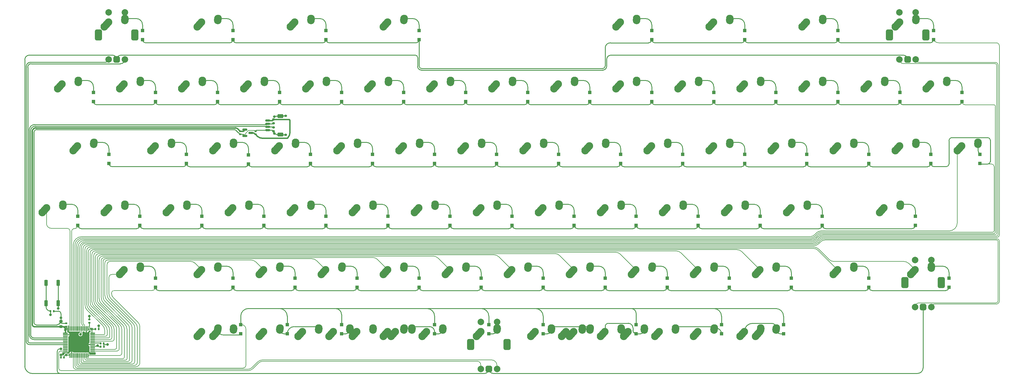
<source format=gbr>
%TF.GenerationSoftware,KiCad,Pcbnew,(7.0.0)*%
%TF.CreationDate,2024-01-04T19:09:41+01:00*%
%TF.ProjectId,HP 2621,48502032-3632-4312-9e6b-696361645f70,rev?*%
%TF.SameCoordinates,Original*%
%TF.FileFunction,Copper,L2,Bot*%
%TF.FilePolarity,Positive*%
%FSLAX46Y46*%
G04 Gerber Fmt 4.6, Leading zero omitted, Abs format (unit mm)*
G04 Created by KiCad (PCBNEW (7.0.0)) date 2024-01-04 19:09:41*
%MOMM*%
%LPD*%
G01*
G04 APERTURE LIST*
G04 Aperture macros list*
%AMRoundRect*
0 Rectangle with rounded corners*
0 $1 Rounding radius*
0 $2 $3 $4 $5 $6 $7 $8 $9 X,Y pos of 4 corners*
0 Add a 4 corners polygon primitive as box body*
4,1,4,$2,$3,$4,$5,$6,$7,$8,$9,$2,$3,0*
0 Add four circle primitives for the rounded corners*
1,1,$1+$1,$2,$3*
1,1,$1+$1,$4,$5*
1,1,$1+$1,$6,$7*
1,1,$1+$1,$8,$9*
0 Add four rect primitives between the rounded corners*
20,1,$1+$1,$2,$3,$4,$5,0*
20,1,$1+$1,$4,$5,$6,$7,0*
20,1,$1+$1,$6,$7,$8,$9,0*
20,1,$1+$1,$8,$9,$2,$3,0*%
%AMHorizOval*
0 Thick line with rounded ends*
0 $1 width*
0 $2 $3 position (X,Y) of the first rounded end (center of the circle)*
0 $4 $5 position (X,Y) of the second rounded end (center of the circle)*
0 Add line between two ends*
20,1,$1,$2,$3,$4,$5,0*
0 Add two circle primitives to create the rounded ends*
1,1,$1,$2,$3*
1,1,$1,$4,$5*%
G04 Aperture macros list end*
%TA.AperFunction,ComponentPad*%
%ADD10C,2.300000*%
%TD*%
%TA.AperFunction,ComponentPad*%
%ADD11HorizOval,2.300000X-0.655144X-0.730170X0.655144X0.730170X0*%
%TD*%
%TA.AperFunction,ComponentPad*%
%ADD12HorizOval,2.300000X0.019758X0.289827X-0.019758X-0.289827X0*%
%TD*%
%TA.AperFunction,ComponentPad*%
%ADD13C,2.000000*%
%TD*%
%TA.AperFunction,ComponentPad*%
%ADD14RoundRect,0.500000X0.500000X-0.500000X0.500000X0.500000X-0.500000X0.500000X-0.500000X-0.500000X0*%
%TD*%
%TA.AperFunction,ComponentPad*%
%ADD15RoundRect,0.550000X0.550000X-1.150000X0.550000X1.150000X-0.550000X1.150000X-0.550000X-1.150000X0*%
%TD*%
%TA.AperFunction,SMDPad,CuDef*%
%ADD16RoundRect,0.150000X-0.625000X0.150000X-0.625000X-0.150000X0.625000X-0.150000X0.625000X0.150000X0*%
%TD*%
%TA.AperFunction,SMDPad,CuDef*%
%ADD17RoundRect,0.250000X-0.650000X0.350000X-0.650000X-0.350000X0.650000X-0.350000X0.650000X0.350000X0*%
%TD*%
%TA.AperFunction,SMDPad,CuDef*%
%ADD18RoundRect,0.250000X0.300000X-0.300000X0.300000X0.300000X-0.300000X0.300000X-0.300000X-0.300000X0*%
%TD*%
%TA.AperFunction,SMDPad,CuDef*%
%ADD19RoundRect,0.075000X0.662500X0.075000X-0.662500X0.075000X-0.662500X-0.075000X0.662500X-0.075000X0*%
%TD*%
%TA.AperFunction,SMDPad,CuDef*%
%ADD20RoundRect,0.075000X0.075000X0.662500X-0.075000X0.662500X-0.075000X-0.662500X0.075000X-0.662500X0*%
%TD*%
%TA.AperFunction,SMDPad,CuDef*%
%ADD21RoundRect,0.140000X0.170000X-0.140000X0.170000X0.140000X-0.170000X0.140000X-0.170000X-0.140000X0*%
%TD*%
%TA.AperFunction,SMDPad,CuDef*%
%ADD22RoundRect,0.140000X-0.140000X-0.170000X0.140000X-0.170000X0.140000X0.170000X-0.140000X0.170000X0*%
%TD*%
%TA.AperFunction,SMDPad,CuDef*%
%ADD23RoundRect,0.250000X-0.300000X0.300000X-0.300000X-0.300000X0.300000X-0.300000X0.300000X0.300000X0*%
%TD*%
%TA.AperFunction,SMDPad,CuDef*%
%ADD24RoundRect,0.140000X0.140000X0.170000X-0.140000X0.170000X-0.140000X-0.170000X0.140000X-0.170000X0*%
%TD*%
%TA.AperFunction,SMDPad,CuDef*%
%ADD25RoundRect,0.140000X-0.170000X0.140000X-0.170000X-0.140000X0.170000X-0.140000X0.170000X0.140000X0*%
%TD*%
%TA.AperFunction,SMDPad,CuDef*%
%ADD26RoundRect,0.275000X0.275000X-0.625000X0.275000X0.625000X-0.275000X0.625000X-0.275000X-0.625000X0*%
%TD*%
%TA.AperFunction,SMDPad,CuDef*%
%ADD27RoundRect,0.150000X-0.587500X-0.150000X0.587500X-0.150000X0.587500X0.150000X-0.587500X0.150000X0*%
%TD*%
%TA.AperFunction,SMDPad,CuDef*%
%ADD28RoundRect,0.225000X0.250000X-0.225000X0.250000X0.225000X-0.250000X0.225000X-0.250000X-0.225000X0*%
%TD*%
%TA.AperFunction,SMDPad,CuDef*%
%ADD29RoundRect,0.150000X-0.275000X0.150000X-0.275000X-0.150000X0.275000X-0.150000X0.275000X0.150000X0*%
%TD*%
%TA.AperFunction,SMDPad,CuDef*%
%ADD30RoundRect,0.175000X-0.225000X0.175000X-0.225000X-0.175000X0.225000X-0.175000X0.225000X0.175000X0*%
%TD*%
%TA.AperFunction,SMDPad,CuDef*%
%ADD31RoundRect,0.135000X-0.135000X-0.185000X0.135000X-0.185000X0.135000X0.185000X-0.135000X0.185000X0*%
%TD*%
%TA.AperFunction,ViaPad*%
%ADD32C,0.800000*%
%TD*%
%TA.AperFunction,Conductor*%
%ADD33C,0.250000*%
%TD*%
%TA.AperFunction,Conductor*%
%ADD34C,0.200000*%
%TD*%
%TA.AperFunction,Conductor*%
%ADD35C,0.381000*%
%TD*%
G04 APERTURE END LIST*
D10*
%TO.P,MX66,1,1*%
%TO.N,COL2*%
X60483750Y-118110000D03*
D11*
X61138605Y-117380169D03*
D12*
%TO.P,MX66,2,2*%
%TO.N,Net-(D66-A)*%
X66813507Y-115860172D03*
D10*
X66833750Y-115570000D03*
%TD*%
%TO.P,MX6,1,1*%
%TO.N,COL10*%
X217646250Y-22860000D03*
D11*
X218301105Y-22130169D03*
D12*
%TO.P,MX6,2,2*%
%TO.N,Net-(D6-A)*%
X223976007Y-20610172D03*
D10*
X223996250Y-20320000D03*
%TD*%
%TO.P,MX35,1,1*%
%TO.N,COL11*%
X236696250Y-60960000D03*
D11*
X237351105Y-60230169D03*
D12*
%TO.P,MX35,2,2*%
%TO.N,Net-(D35-A)*%
X243026007Y-58710172D03*
D10*
X243046250Y-58420000D03*
%TD*%
%TO.P,MX19,1,1*%
%TO.N,COL10*%
X208121250Y-41910000D03*
D11*
X208776105Y-41180169D03*
D12*
%TO.P,MX19,2,2*%
%TO.N,Net-(D19-A)*%
X214451007Y-39660172D03*
D10*
X214471250Y-39370000D03*
%TD*%
%TO.P,MX81,1,1*%
%TO.N,COL5*%
X117633750Y-118110000D03*
D11*
X118288605Y-117380169D03*
D12*
%TO.P,MX81,2,2*%
%TO.N,Net-(D69-A)*%
X123963507Y-115860172D03*
D10*
X123983750Y-115570000D03*
%TD*%
%TO.P,MX47,1,1*%
%TO.N,COL8*%
X165258750Y-80010000D03*
D11*
X165913605Y-79280169D03*
D12*
%TO.P,MX47,2,2*%
%TO.N,Net-(D47-A)*%
X171588507Y-77760172D03*
D10*
X171608750Y-77470000D03*
%TD*%
%TO.P,MX37,1,1*%
%TO.N,COL13*%
X274796250Y-60960000D03*
D11*
X275451105Y-60230169D03*
D12*
%TO.P,MX37,2,2*%
%TO.N,Net-(D37-A)*%
X281126007Y-58710172D03*
D10*
X281146250Y-58420000D03*
%TD*%
%TO.P,MX73,1,1*%
%TO.N,COL10*%
X212883750Y-118110000D03*
D11*
X213538605Y-117380169D03*
D12*
%TO.P,MX73,2,2*%
%TO.N,Net-(D73-A)*%
X219213507Y-115860172D03*
D10*
X219233750Y-115570000D03*
%TD*%
%TO.P,MX5,1,1*%
%TO.N,COL9*%
X189071250Y-22860000D03*
D11*
X189726105Y-22130169D03*
D12*
%TO.P,MX5,2,2*%
%TO.N,Net-(D5-A)*%
X195401007Y-20610172D03*
D10*
X195421250Y-20320000D03*
%TD*%
%TO.P,MX28,1,1*%
%TO.N,COL4*%
X103346250Y-60960000D03*
D11*
X104001105Y-60230169D03*
D12*
%TO.P,MX28,2,2*%
%TO.N,Net-(D28-A)*%
X109676007Y-58710172D03*
D10*
X109696250Y-58420000D03*
%TD*%
%TO.P,MX75,1,1*%
%TO.N,Net-(D66-A)*%
X65246250Y-118110000D03*
D11*
X65901105Y-117380169D03*
D12*
%TO.P,MX75,2,2*%
%TO.N,COL2*%
X71576007Y-115860172D03*
D10*
X71596250Y-115570000D03*
%TD*%
%TO.P,MX33,1,1*%
%TO.N,COL9*%
X198596250Y-60960000D03*
D11*
X199251105Y-60230169D03*
D12*
%TO.P,MX33,2,2*%
%TO.N,Net-(D33-A)*%
X204926007Y-58710172D03*
D10*
X204946250Y-58420000D03*
%TD*%
%TO.P,MX49,1,1*%
%TO.N,COL10*%
X203358750Y-80010000D03*
D11*
X204013605Y-79280169D03*
D12*
%TO.P,MX49,2,2*%
%TO.N,Net-(D49-A)*%
X209688507Y-77760172D03*
D10*
X209708750Y-77470000D03*
%TD*%
%TO.P,MX34,1,1*%
%TO.N,COL10*%
X217646250Y-60960000D03*
D11*
X218301105Y-60230169D03*
D12*
%TO.P,MX34,2,2*%
%TO.N,Net-(D34-A)*%
X223976007Y-58710172D03*
D10*
X223996250Y-58420000D03*
%TD*%
%TO.P,MX65,1,1*%
%TO.N,COL13*%
X279558750Y-99060000D03*
D11*
X280213605Y-98330169D03*
D12*
%TO.P,MX65,2,2*%
%TO.N,row_3*%
X285888507Y-96810172D03*
D10*
X285908750Y-96520000D03*
%TD*%
%TO.P,MX50,1,1*%
%TO.N,COL11*%
X222408750Y-80010000D03*
D11*
X223063605Y-79280169D03*
D12*
%TO.P,MX50,2,2*%
%TO.N,Net-(D50-A)*%
X228738507Y-77760172D03*
D10*
X228758750Y-77470000D03*
%TD*%
%TO.P,MX56,1,1*%
%TO.N,COL4*%
X98583750Y-99060000D03*
D11*
X99238605Y-98330169D03*
D12*
%TO.P,MX56,2,2*%
%TO.N,Net-(D56-A)*%
X104913507Y-96810172D03*
D10*
X104933750Y-96520000D03*
%TD*%
%TO.P,MX38,1,1*%
%TO.N,COL14*%
X293846250Y-60960000D03*
D11*
X294501105Y-60230169D03*
D12*
%TO.P,MX38,2,2*%
%TO.N,Net-(D38-A)*%
X300176007Y-58710172D03*
D10*
X300196250Y-58420000D03*
%TD*%
%TO.P,MX4,1,1*%
%TO.N,COL5*%
X117633750Y-22860000D03*
D11*
X118288605Y-22130169D03*
D12*
%TO.P,MX4,2,2*%
%TO.N,Net-(D4-A)*%
X123963507Y-20610172D03*
D10*
X123983750Y-20320000D03*
%TD*%
%TO.P,MX72,1,1*%
%TO.N,COL9*%
X191452500Y-118110000D03*
D11*
X192107355Y-117380169D03*
D12*
%TO.P,MX72,2,2*%
%TO.N,Net-(D72-A)*%
X197782257Y-115860172D03*
D10*
X197802500Y-115570000D03*
%TD*%
%TO.P,MX63,1,1*%
%TO.N,COL11*%
X231933750Y-99060000D03*
D11*
X232588605Y-98330169D03*
D12*
%TO.P,MX63,2,2*%
%TO.N,Net-(D63-A)*%
X238263507Y-96810172D03*
D10*
X238283750Y-96520000D03*
%TD*%
%TO.P,MX64,1,1*%
%TO.N,COL12*%
X255746250Y-99060000D03*
D11*
X256401105Y-98330169D03*
D12*
%TO.P,MX64,2,2*%
%TO.N,Net-(D64-A)*%
X262076007Y-96810172D03*
D10*
X262096250Y-96520000D03*
%TD*%
%TO.P,MX57,1,1*%
%TO.N,COL5*%
X117633750Y-99060000D03*
D11*
X118288605Y-98330169D03*
D12*
%TO.P,MX57,2,2*%
%TO.N,Net-(D57-A)*%
X123963507Y-96810172D03*
D10*
X123983750Y-96520000D03*
%TD*%
%TO.P,MX44,1,1*%
%TO.N,COL5*%
X108108750Y-80010000D03*
D11*
X108763605Y-79280169D03*
D12*
%TO.P,MX44,2,2*%
%TO.N,Net-(D44-A)*%
X114438507Y-77760172D03*
D10*
X114458750Y-77470000D03*
%TD*%
%TO.P,MX12,1,1*%
%TO.N,COL3*%
X74771250Y-41910000D03*
D11*
X75426105Y-41180169D03*
D12*
%TO.P,MX12,2,2*%
%TO.N,Net-(D12-A)*%
X81101007Y-39660172D03*
D10*
X81121250Y-39370000D03*
%TD*%
%TO.P,MX24,1,1*%
%TO.N,COL0*%
X22383750Y-60960000D03*
D11*
X23038605Y-60230169D03*
D12*
%TO.P,MX24,2,2*%
%TO.N,Net-(D24-A)*%
X28713507Y-58710172D03*
D10*
X28733750Y-58420000D03*
%TD*%
%TO.P,MX62,1,1*%
%TO.N,COL10*%
X212883750Y-99060000D03*
D11*
X213538605Y-98330169D03*
D12*
%TO.P,MX62,2,2*%
%TO.N,Net-(D62-A)*%
X219213507Y-96810172D03*
D10*
X219233750Y-96520000D03*
%TD*%
%TO.P,MX9,1,1*%
%TO.N,COL0*%
X17621250Y-41910000D03*
D11*
X18276105Y-41180169D03*
D12*
%TO.P,MX9,2,2*%
%TO.N,Net-(D9-A)*%
X23951007Y-39660172D03*
D10*
X23971250Y-39370000D03*
%TD*%
%TO.P,MX22,1,1*%
%TO.N,COL13*%
X265271250Y-41910000D03*
D11*
X265926105Y-41180169D03*
D12*
%TO.P,MX22,2,2*%
%TO.N,Net-(D22-A)*%
X271601007Y-39660172D03*
D10*
X271621250Y-39370000D03*
%TD*%
%TO.P,MX26,1,1*%
%TO.N,COL2*%
X65246250Y-60960000D03*
D11*
X65901105Y-60230169D03*
D12*
%TO.P,MX26,2,2*%
%TO.N,Net-(D26-A)*%
X71576007Y-58710172D03*
D10*
X71596250Y-58420000D03*
%TD*%
%TO.P,MX61,1,1*%
%TO.N,COL9*%
X193833750Y-99060000D03*
D11*
X194488605Y-98330169D03*
D12*
%TO.P,MX61,2,2*%
%TO.N,Net-(D61-A)*%
X200163507Y-96810172D03*
D10*
X200183750Y-96520000D03*
%TD*%
%TO.P,MX53,1,1*%
%TO.N,COL1*%
X36671250Y-99060000D03*
D11*
X37326105Y-98330169D03*
D12*
%TO.P,MX53,2,2*%
%TO.N,Net-(D53-A)*%
X43001007Y-96810172D03*
D10*
X43021250Y-96520000D03*
%TD*%
%TO.P,MX16,1,1*%
%TO.N,COL7*%
X150971250Y-41910000D03*
D11*
X151626105Y-41180169D03*
D12*
%TO.P,MX16,2,2*%
%TO.N,Net-(D16-A)*%
X157301007Y-39660172D03*
D10*
X157321250Y-39370000D03*
%TD*%
D13*
%TO.P,SW4,A,A*%
%TO.N,ENC_g*%
X147518750Y-128150000D03*
%TO.P,SW4,B,B*%
%TO.N,ENC_h*%
X152518750Y-128150000D03*
D14*
%TO.P,SW4,C,C*%
%TO.N,GND*%
X150018750Y-128150000D03*
D15*
%TO.P,SW4,MP*%
%TO.N,N/C*%
X144418750Y-120650000D03*
X155618750Y-120650000D03*
D13*
%TO.P,SW4,S1,S1*%
%TO.N,row_4*%
X152518750Y-113650000D03*
%TO.P,SW4,S2,S2*%
%TO.N,COL7*%
X147518750Y-113650000D03*
%TD*%
D10*
%TO.P,MX41,1,1*%
%TO.N,COL2*%
X50958750Y-80010000D03*
D11*
X51613605Y-79280169D03*
D12*
%TO.P,MX41,2,2*%
%TO.N,Net-(D41-A)*%
X57288507Y-77760172D03*
D10*
X57308750Y-77470000D03*
%TD*%
%TO.P,MX74,1,1*%
%TO.N,COL11*%
X231933750Y-118110000D03*
D11*
X232588605Y-117380169D03*
D12*
%TO.P,MX74,2,2*%
%TO.N,Net-(D74-A)*%
X238263507Y-115860172D03*
D10*
X238283750Y-115570000D03*
%TD*%
%TO.P,MX21,1,1*%
%TO.N,COL12*%
X246221250Y-41910000D03*
D11*
X246876105Y-41180169D03*
D12*
%TO.P,MX21,2,2*%
%TO.N,Net-(D21-A)*%
X252551007Y-39660172D03*
D10*
X252571250Y-39370000D03*
%TD*%
%TO.P,MX77,1,1*%
%TO.N,COL3*%
X91440000Y-118110000D03*
D11*
X92094855Y-117380169D03*
D12*
%TO.P,MX77,2,2*%
%TO.N,Net-(D67-A)*%
X97769757Y-115860172D03*
D10*
X97790000Y-115570000D03*
%TD*%
%TO.P,MX54,1,1*%
%TO.N,COL2*%
X60483750Y-99060000D03*
D11*
X61138605Y-98330169D03*
D12*
%TO.P,MX54,2,2*%
%TO.N,Net-(D54-A)*%
X66813507Y-96810172D03*
D10*
X66833750Y-96520000D03*
%TD*%
%TO.P,MX69,1,1*%
%TO.N,COL5*%
X129540000Y-118110000D03*
D11*
X130194855Y-117380169D03*
D12*
%TO.P,MX69,2,2*%
%TO.N,Net-(D69-A)*%
X135869757Y-115860172D03*
D10*
X135890000Y-115570000D03*
%TD*%
%TO.P,MX80,1,1*%
%TO.N,COL8*%
X172402500Y-118110000D03*
D11*
X173057355Y-117380169D03*
D12*
%TO.P,MX80,2,2*%
%TO.N,Net-(D71-A)*%
X178732257Y-115860172D03*
D10*
X178752500Y-115570000D03*
%TD*%
%TO.P,MX48,1,1*%
%TO.N,COL9*%
X184308750Y-80010000D03*
D11*
X184963605Y-79280169D03*
D12*
%TO.P,MX48,2,2*%
%TO.N,Net-(D48-A)*%
X190638507Y-77760172D03*
D10*
X190658750Y-77470000D03*
%TD*%
%TO.P,MX67,1,1*%
%TO.N,COL3*%
X79533750Y-118110000D03*
D11*
X80188605Y-117380169D03*
D12*
%TO.P,MX67,2,2*%
%TO.N,Net-(D67-A)*%
X85863507Y-115860172D03*
D10*
X85883750Y-115570000D03*
%TD*%
%TO.P,MX15,1,1*%
%TO.N,COL6*%
X131921250Y-41910000D03*
D11*
X132576105Y-41180169D03*
D12*
%TO.P,MX15,2,2*%
%TO.N,Net-(D15-A)*%
X138251007Y-39660172D03*
D10*
X138271250Y-39370000D03*
%TD*%
%TO.P,MX29,1,1*%
%TO.N,COL5*%
X122396250Y-60960000D03*
D11*
X123051105Y-60230169D03*
D12*
%TO.P,MX29,2,2*%
%TO.N,Net-(D29-A)*%
X128726007Y-58710172D03*
D10*
X128746250Y-58420000D03*
%TD*%
D13*
%TO.P,SW3,A,A*%
%TO.N,ENC_e*%
X280868750Y-109100000D03*
%TO.P,SW3,B,B*%
%TO.N,ENC_f*%
X285868750Y-109100000D03*
D14*
%TO.P,SW3,C,C*%
%TO.N,GND*%
X283368750Y-109100000D03*
D15*
%TO.P,SW3,MP*%
%TO.N,N/C*%
X277768750Y-101600000D03*
X288968750Y-101600000D03*
D13*
%TO.P,SW3,S1,S1*%
%TO.N,row_3*%
X285868750Y-94600000D03*
%TO.P,SW3,S2,S2*%
%TO.N,COL13*%
X280868750Y-94600000D03*
%TD*%
D10*
%TO.P,MX13,1,1*%
%TO.N,COL4*%
X93821250Y-41910000D03*
D11*
X94476105Y-41180169D03*
D12*
%TO.P,MX13,2,2*%
%TO.N,Net-(D13-A)*%
X100151007Y-39660172D03*
D10*
X100171250Y-39370000D03*
%TD*%
%TO.P,MX36,1,1*%
%TO.N,COL12*%
X255746250Y-60960000D03*
D11*
X256401105Y-60230169D03*
D12*
%TO.P,MX36,2,2*%
%TO.N,Net-(D36-A)*%
X262076007Y-58710172D03*
D10*
X262096250Y-58420000D03*
%TD*%
%TO.P,MX18,1,1*%
%TO.N,COL9*%
X189071250Y-41910000D03*
D11*
X189726105Y-41180169D03*
D12*
%TO.P,MX18,2,2*%
%TO.N,Net-(D18-A)*%
X195401007Y-39660172D03*
D10*
X195421250Y-39370000D03*
%TD*%
%TO.P,MX43,1,1*%
%TO.N,COL4*%
X89058750Y-80010000D03*
D11*
X89713605Y-79280169D03*
D12*
%TO.P,MX43,2,2*%
%TO.N,Net-(D43-A)*%
X95388507Y-77760172D03*
D10*
X95408750Y-77470000D03*
%TD*%
%TO.P,MX42,1,1*%
%TO.N,COL3*%
X70008750Y-80010000D03*
D11*
X70663605Y-79280169D03*
D12*
%TO.P,MX42,2,2*%
%TO.N,Net-(D42-A)*%
X76338507Y-77760172D03*
D10*
X76358750Y-77470000D03*
%TD*%
%TO.P,MX40,1,1*%
%TO.N,COL1*%
X31908750Y-80010000D03*
D11*
X32563605Y-79280169D03*
D12*
%TO.P,MX40,2,2*%
%TO.N,Net-(D40-A)*%
X38238507Y-77760172D03*
D10*
X38258750Y-77470000D03*
%TD*%
%TO.P,MX70,1,1*%
%TO.N,COL7*%
X146208750Y-118110000D03*
D11*
X146863605Y-117380169D03*
D12*
%TO.P,MX70,2,2*%
%TO.N,row_4*%
X152538507Y-115860172D03*
D10*
X152558750Y-115570000D03*
%TD*%
%TO.P,MX46,1,1*%
%TO.N,COL7*%
X146208750Y-80010000D03*
D11*
X146863605Y-79280169D03*
D12*
%TO.P,MX46,2,2*%
%TO.N,Net-(D46-A)*%
X152538507Y-77760172D03*
D10*
X152558750Y-77470000D03*
%TD*%
%TO.P,MX79,1,1*%
%TO.N,COL5*%
X120015000Y-118110000D03*
D11*
X120669855Y-117380169D03*
D12*
%TO.P,MX79,2,2*%
%TO.N,Net-(D69-A)*%
X126344757Y-115860172D03*
D10*
X126365000Y-115570000D03*
%TD*%
%TO.P,MX14,1,1*%
%TO.N,COL5*%
X112871250Y-41910000D03*
D11*
X113526105Y-41180169D03*
D12*
%TO.P,MX14,2,2*%
%TO.N,Net-(D14-A)*%
X119201007Y-39660172D03*
D10*
X119221250Y-39370000D03*
%TD*%
%TO.P,MX83,1,1*%
%TO.N,COL8*%
X174783750Y-118110000D03*
D11*
X175438605Y-117380169D03*
D12*
%TO.P,MX83,2,2*%
%TO.N,Net-(D71-A)*%
X181113507Y-115860172D03*
D10*
X181133750Y-115570000D03*
%TD*%
%TO.P,MX30,1,1*%
%TO.N,COL6*%
X141446250Y-60960000D03*
D11*
X142101105Y-60230169D03*
D12*
%TO.P,MX30,2,2*%
%TO.N,Net-(D30-A)*%
X147776007Y-58710172D03*
D10*
X147796250Y-58420000D03*
%TD*%
%TO.P,MX58,1,1*%
%TO.N,COL6*%
X136683750Y-99060000D03*
D11*
X137338605Y-98330169D03*
D12*
%TO.P,MX58,2,2*%
%TO.N,Net-(D58-A)*%
X143013507Y-96810172D03*
D10*
X143033750Y-96520000D03*
%TD*%
%TO.P,MX84,1,1*%
%TO.N,Net-(D72-A)*%
X184308750Y-118110000D03*
D11*
X184963605Y-117380169D03*
D12*
%TO.P,MX84,2,2*%
%TO.N,COL9*%
X190638507Y-115860172D03*
D10*
X190658750Y-115570000D03*
%TD*%
%TO.P,MX82,1,1*%
%TO.N,Net-(D68-A)*%
X108108750Y-118110000D03*
D11*
X108763605Y-117380169D03*
D12*
%TO.P,MX82,2,2*%
%TO.N,COL4*%
X114438507Y-115860172D03*
D10*
X114458750Y-115570000D03*
%TD*%
%TO.P,MX71,1,1*%
%TO.N,COL8*%
X162877500Y-118110000D03*
D11*
X163532355Y-117380169D03*
D12*
%TO.P,MX71,2,2*%
%TO.N,Net-(D71-A)*%
X169207257Y-115860172D03*
D10*
X169227500Y-115570000D03*
%TD*%
%TO.P,MX27,1,1*%
%TO.N,COL3*%
X84296250Y-60960000D03*
D11*
X84951105Y-60230169D03*
D12*
%TO.P,MX27,2,2*%
%TO.N,Net-(D27-A)*%
X90626007Y-58710172D03*
D10*
X90646250Y-58420000D03*
%TD*%
%TO.P,MX78,1,1*%
%TO.N,COL10*%
X200977500Y-118110000D03*
D11*
X201632355Y-117380169D03*
D12*
%TO.P,MX78,2,2*%
%TO.N,Net-(D73-A)*%
X207307257Y-115860172D03*
D10*
X207327500Y-115570000D03*
%TD*%
%TO.P,MX11,1,1*%
%TO.N,COL2*%
X55721250Y-41910000D03*
D11*
X56376105Y-41180169D03*
D12*
%TO.P,MX11,2,2*%
%TO.N,Net-(D11-A)*%
X62051007Y-39660172D03*
D10*
X62071250Y-39370000D03*
%TD*%
%TO.P,MX52,1,1*%
%TO.N,COL13*%
X270033750Y-80010000D03*
D11*
X270688605Y-79280169D03*
D12*
%TO.P,MX52,2,2*%
%TO.N,Net-(D52-A)*%
X276363507Y-77760172D03*
D10*
X276383750Y-77470000D03*
%TD*%
%TO.P,MX17,1,1*%
%TO.N,COL8*%
X170021250Y-41910000D03*
D11*
X170676105Y-41180169D03*
D12*
%TO.P,MX17,2,2*%
%TO.N,Net-(D17-A)*%
X176351007Y-39660172D03*
D10*
X176371250Y-39370000D03*
%TD*%
%TO.P,MX3,1,1*%
%TO.N,COL3*%
X89058750Y-22860000D03*
D11*
X89713605Y-22130169D03*
D12*
%TO.P,MX3,2,2*%
%TO.N,Net-(D3-A)*%
X95388507Y-20610172D03*
D10*
X95408750Y-20320000D03*
%TD*%
%TO.P,MX10,1,1*%
%TO.N,COL1*%
X36671250Y-41910000D03*
D11*
X37326105Y-41180169D03*
D12*
%TO.P,MX10,2,2*%
%TO.N,Net-(D10-A)*%
X43001007Y-39660172D03*
D10*
X43021250Y-39370000D03*
%TD*%
%TO.P,MX20,1,1*%
%TO.N,COL11*%
X227171250Y-41910000D03*
D11*
X227826105Y-41180169D03*
D12*
%TO.P,MX20,2,2*%
%TO.N,Net-(D20-A)*%
X233501007Y-39660172D03*
D10*
X233521250Y-39370000D03*
%TD*%
D13*
%TO.P,SW2,A,A*%
%TO.N,ENC_c*%
X276106250Y-32900000D03*
%TO.P,SW2,B,B*%
%TO.N,ENC_d*%
X281106250Y-32900000D03*
D14*
%TO.P,SW2,C,C*%
%TO.N,GND*%
X278606250Y-32900000D03*
D15*
%TO.P,SW2,MP*%
%TO.N,N/C*%
X273006250Y-25400000D03*
X284206250Y-25400000D03*
D13*
%TO.P,SW2,S1,S1*%
%TO.N,row_2*%
X281106250Y-18400000D03*
%TO.P,SW2,S2,S2*%
%TO.N,COL13*%
X276106250Y-18400000D03*
%TD*%
D10*
%TO.P,MX7,1,1*%
%TO.N,COL12*%
X246221250Y-22860000D03*
D11*
X246876105Y-22130169D03*
D12*
%TO.P,MX7,2,2*%
%TO.N,Net-(D7-A)*%
X252551007Y-20610172D03*
D10*
X252571250Y-20320000D03*
%TD*%
%TO.P,MX45,1,1*%
%TO.N,COL6*%
X127158750Y-80010000D03*
D11*
X127813605Y-79280169D03*
D12*
%TO.P,MX45,2,2*%
%TO.N,Net-(D45-A)*%
X133488507Y-77760172D03*
D10*
X133508750Y-77470000D03*
%TD*%
%TO.P,MX25,1,1*%
%TO.N,COL1*%
X46196250Y-60960000D03*
D11*
X46851105Y-60230169D03*
D12*
%TO.P,MX25,2,2*%
%TO.N,Net-(D25-A)*%
X52526007Y-58710172D03*
D10*
X52546250Y-58420000D03*
%TD*%
%TO.P,MX60,1,1*%
%TO.N,COL8*%
X174783750Y-99060000D03*
D11*
X175438605Y-98330169D03*
D12*
%TO.P,MX60,2,2*%
%TO.N,Net-(D60-A)*%
X181113507Y-96810172D03*
D10*
X181133750Y-96520000D03*
%TD*%
%TO.P,MX8,1,1*%
%TO.N,COL13*%
X274796250Y-22860000D03*
D11*
X275451105Y-22130169D03*
D12*
%TO.P,MX8,2,2*%
%TO.N,row_2*%
X281126007Y-20610172D03*
D10*
X281146250Y-20320000D03*
%TD*%
%TO.P,MX39,1,1*%
%TO.N,COL0*%
X12858750Y-80010000D03*
D11*
X13513605Y-79280169D03*
D12*
%TO.P,MX39,2,2*%
%TO.N,Net-(D39-A)*%
X19188507Y-77760172D03*
D10*
X19208750Y-77470000D03*
%TD*%
%TO.P,MX23,1,1*%
%TO.N,COL14*%
X284321250Y-41910000D03*
D11*
X284976105Y-41180169D03*
D12*
%TO.P,MX23,2,2*%
%TO.N,Net-(D23-A)*%
X290651007Y-39660172D03*
D10*
X290671250Y-39370000D03*
%TD*%
%TO.P,MX59,1,1*%
%TO.N,COL7*%
X155733750Y-99060000D03*
D11*
X156388605Y-98330169D03*
D12*
%TO.P,MX59,2,2*%
%TO.N,Net-(D59-A)*%
X162063507Y-96810172D03*
D10*
X162083750Y-96520000D03*
%TD*%
%TO.P,MX1,1,1*%
%TO.N,COL0*%
X31908750Y-22860000D03*
D11*
X32563605Y-22130169D03*
D12*
%TO.P,MX1,2,2*%
%TO.N,row_1*%
X38238507Y-20610172D03*
D10*
X38258750Y-20320000D03*
%TD*%
%TO.P,MX76,1,1*%
%TO.N,Net-(D74-A)*%
X227171250Y-118110000D03*
D11*
X227826105Y-117380169D03*
D12*
%TO.P,MX76,2,2*%
%TO.N,COL11*%
X233501007Y-115860172D03*
D10*
X233521250Y-115570000D03*
%TD*%
%TO.P,MX32,1,1*%
%TO.N,COL8*%
X179546250Y-60960000D03*
D11*
X180201105Y-60230169D03*
D12*
%TO.P,MX32,2,2*%
%TO.N,Net-(D32-A)*%
X185876007Y-58710172D03*
D10*
X185896250Y-58420000D03*
%TD*%
%TO.P,MX68,1,1*%
%TO.N,COL4*%
X100965000Y-118110000D03*
D11*
X101619855Y-117380169D03*
D12*
%TO.P,MX68,2,2*%
%TO.N,Net-(D68-A)*%
X107294757Y-115860172D03*
D10*
X107315000Y-115570000D03*
%TD*%
%TO.P,MX31,1,1*%
%TO.N,COL7*%
X160496250Y-60960000D03*
D11*
X161151105Y-60230169D03*
D12*
%TO.P,MX31,2,2*%
%TO.N,Net-(D31-A)*%
X166826007Y-58710172D03*
D10*
X166846250Y-58420000D03*
%TD*%
%TO.P,MX51,1,1*%
%TO.N,COL12*%
X241458750Y-80010000D03*
D11*
X242113605Y-79280169D03*
D12*
%TO.P,MX51,2,2*%
%TO.N,Net-(D51-A)*%
X247788507Y-77760172D03*
D10*
X247808750Y-77470000D03*
%TD*%
D13*
%TO.P,SW1,A,A*%
%TO.N,ENC_a*%
X33218750Y-32900000D03*
%TO.P,SW1,B,B*%
%TO.N,ENC_b*%
X38218750Y-32900000D03*
D14*
%TO.P,SW1,C,C*%
%TO.N,GND*%
X35718750Y-32900000D03*
D15*
%TO.P,SW1,MP*%
%TO.N,N/C*%
X30118750Y-25400000D03*
X41318750Y-25400000D03*
D13*
%TO.P,SW1,S1,S1*%
%TO.N,row_1*%
X38218750Y-18400000D03*
%TO.P,SW1,S2,S2*%
%TO.N,COL0*%
X33218750Y-18400000D03*
%TD*%
D10*
%TO.P,MX55,1,1*%
%TO.N,COL3*%
X79533750Y-99060000D03*
D11*
X80188605Y-98330169D03*
D12*
%TO.P,MX55,2,2*%
%TO.N,Net-(D55-A)*%
X85863507Y-96810172D03*
D10*
X85883750Y-96520000D03*
%TD*%
%TO.P,MX2,1,1*%
%TO.N,COL2*%
X60483750Y-22860000D03*
D11*
X61138605Y-22130169D03*
D12*
%TO.P,MX2,2,2*%
%TO.N,Net-(D2-A)*%
X66813507Y-20610172D03*
D10*
X66833750Y-20320000D03*
%TD*%
D16*
%TO.P,J1,1,Pin_1*%
%TO.N,+5V*%
X82137500Y-51681250D03*
%TO.P,J1,2,Pin_2*%
%TO.N,D_N*%
X82137500Y-52681250D03*
%TO.P,J1,3,Pin_3*%
%TO.N,D_P*%
X82137500Y-53681250D03*
%TO.P,J1,4,Pin_4*%
%TO.N,GND*%
X82137500Y-54681250D03*
D17*
%TO.P,J1,MP,MountPin*%
X86012500Y-50381250D03*
X86012500Y-55981250D03*
%TD*%
D18*
%TO.P,D29,1,K*%
%TO.N,ROW2*%
X133350000Y-64900000D03*
%TO.P,D29,2,A*%
%TO.N,Net-(D29-A)*%
X133350000Y-62100000D03*
%TD*%
%TO.P,D60,1,K*%
%TO.N,ROW4*%
X185737500Y-103000000D03*
%TO.P,D60,2,A*%
%TO.N,Net-(D60-A)*%
X185737500Y-100200000D03*
%TD*%
D19*
%TO.P,U2,1,VBAT*%
%TO.N,+3V3*%
X28306250Y-117106250D03*
%TO.P,U2,2,PC13*%
%TO.N,ENC_e*%
X28306250Y-117606250D03*
%TO.P,U2,3,PC14*%
%TO.N,COL13*%
X28306250Y-118106250D03*
%TO.P,U2,4,PC15*%
%TO.N,COL12*%
X28306250Y-118606250D03*
%TO.P,U2,5,PF0*%
%TO.N,COL11*%
X28306250Y-119106250D03*
%TO.P,U2,6,PF1*%
%TO.N,COL10*%
X28306250Y-119606250D03*
%TO.P,U2,7,NRST*%
%TO.N,NRST*%
X28306250Y-120106250D03*
%TO.P,U2,8,VSSA*%
%TO.N,GND*%
X28306250Y-120606250D03*
%TO.P,U2,9,VDDA*%
%TO.N,+3V3*%
X28306250Y-121106250D03*
%TO.P,U2,10,PA0*%
%TO.N,/A0*%
X28306250Y-121606250D03*
%TO.P,U2,11,PA1*%
%TO.N,COL9*%
X28306250Y-122106250D03*
%TO.P,U2,12,PA2*%
%TO.N,COL8*%
X28306250Y-122606250D03*
D20*
%TO.P,U2,13,PA3*%
%TO.N,COL7*%
X26893750Y-124018750D03*
%TO.P,U2,14,PA4*%
%TO.N,COL6*%
X26393750Y-124018750D03*
%TO.P,U2,15,PA5*%
%TO.N,COL5*%
X25893750Y-124018750D03*
%TO.P,U2,16,PA6*%
%TO.N,COL4*%
X25393750Y-124018750D03*
%TO.P,U2,17,PA7*%
%TO.N,COL3*%
X24893750Y-124018750D03*
%TO.P,U2,18,PB0*%
%TO.N,COL2*%
X24393750Y-124018750D03*
%TO.P,U2,19,PB1*%
%TO.N,COL1*%
X23893750Y-124018750D03*
%TO.P,U2,20,PB2*%
%TO.N,ROW4*%
X23393750Y-124018750D03*
%TO.P,U2,21,PB10*%
%TO.N,ROW5*%
X22893750Y-124018750D03*
%TO.P,U2,22,PB11*%
%TO.N,ENC_h*%
X22393750Y-124018750D03*
%TO.P,U2,23,VSS*%
%TO.N,GND*%
X21893750Y-124018750D03*
%TO.P,U2,24,VDD*%
%TO.N,+3V3*%
X21393750Y-124018750D03*
D19*
%TO.P,U2,25,PB12*%
%TO.N,ENC_g*%
X19981250Y-122606250D03*
%TO.P,U2,26,PB13*%
%TO.N,/B13*%
X19981250Y-122106250D03*
%TO.P,U2,27,PB14*%
%TO.N,/B14*%
X19981250Y-121606250D03*
%TO.P,U2,28,PB15*%
%TO.N,/B15*%
X19981250Y-121106250D03*
%TO.P,U2,29,PA8*%
%TO.N,ENC_a*%
X19981250Y-120606250D03*
%TO.P,U2,30,PA9*%
%TO.N,ENC_b*%
X19981250Y-120106250D03*
%TO.P,U2,31,PA10*%
%TO.N,/A10*%
X19981250Y-119606250D03*
%TO.P,U2,32,PA11*%
%TO.N,D_N*%
X19981250Y-119106250D03*
%TO.P,U2,33,PA12*%
%TO.N,D_P*%
X19981250Y-118606250D03*
%TO.P,U2,34,PA13*%
%TO.N,/A13*%
X19981250Y-118106250D03*
%TO.P,U2,35,VSS*%
%TO.N,GND*%
X19981250Y-117606250D03*
%TO.P,U2,36,VDDIO2*%
%TO.N,+3V3*%
X19981250Y-117106250D03*
D20*
%TO.P,U2,37,PA14*%
%TO.N,COL0*%
X21393750Y-115693750D03*
%TO.P,U2,38,PA15*%
%TO.N,ROW3*%
X21893750Y-115693750D03*
%TO.P,U2,39,PB3*%
%TO.N,COL14*%
X22393750Y-115693750D03*
%TO.P,U2,40,PB4*%
%TO.N,ROW2*%
X22893750Y-115693750D03*
%TO.P,U2,41,PB5*%
%TO.N,ROW1*%
X23393750Y-115693750D03*
%TO.P,U2,42,PB6*%
%TO.N,ENC_c*%
X23893750Y-115693750D03*
%TO.P,U2,43,PB7*%
%TO.N,ENC_d*%
X24393750Y-115693750D03*
%TO.P,U2,44,BOOT0*%
%TO.N,BOOT0*%
X24893750Y-115693750D03*
%TO.P,U2,45,PB8*%
%TO.N,ROW0*%
X25393750Y-115693750D03*
%TO.P,U2,46,PB9*%
%TO.N,ENC_f*%
X25893750Y-115693750D03*
%TO.P,U2,47,VSS*%
%TO.N,GND*%
X26393750Y-115693750D03*
%TO.P,U2,48,VDD*%
%TO.N,+3V3*%
X26893750Y-115693750D03*
%TD*%
D18*
%TO.P,D27,1,K*%
%TO.N,ROW2*%
X95250000Y-64900000D03*
%TO.P,D27,2,A*%
%TO.N,Net-(D27-A)*%
X95250000Y-62100000D03*
%TD*%
%TO.P,D8,1,K*%
%TO.N,ROW0*%
X286543750Y-26800000D03*
%TO.P,D8,2,A*%
%TO.N,row_2*%
X286543750Y-24000000D03*
%TD*%
D21*
%TO.P,C5,1*%
%TO.N,+3V3*%
X20175000Y-115093750D03*
%TO.P,C5,2*%
%TO.N,GND*%
X20175000Y-114133750D03*
%TD*%
D18*
%TO.P,D10,1,K*%
%TO.N,ROW1*%
X47625000Y-45850000D03*
%TO.P,D10,2,A*%
%TO.N,Net-(D10-A)*%
X47625000Y-43050000D03*
%TD*%
%TO.P,D37,1,K*%
%TO.N,ROW2*%
X285750000Y-64900000D03*
%TO.P,D37,2,A*%
%TO.N,Net-(D37-A)*%
X285750000Y-62100000D03*
%TD*%
D22*
%TO.P,C7,1*%
%TO.N,NRST*%
X30807500Y-120313728D03*
%TO.P,C7,2*%
%TO.N,GND*%
X31767500Y-120313728D03*
%TD*%
D18*
%TO.P,D61,1,K*%
%TO.N,ROW4*%
X204787500Y-103000000D03*
%TO.P,D61,2,A*%
%TO.N,Net-(D61-A)*%
X204787500Y-100200000D03*
%TD*%
%TO.P,D30,1,K*%
%TO.N,ROW2*%
X152400000Y-64900000D03*
%TO.P,D30,2,A*%
%TO.N,Net-(D30-A)*%
X152400000Y-62100000D03*
%TD*%
%TO.P,D65,1,K*%
%TO.N,ROW4*%
X291306250Y-103000000D03*
%TO.P,D65,2,A*%
%TO.N,row_3*%
X291306250Y-100200000D03*
%TD*%
D21*
%TO.P,C9,1*%
%TO.N,GND*%
X73606237Y-55952595D03*
%TO.P,C9,2*%
%TO.N,+3V3*%
X73606237Y-54992595D03*
%TD*%
D23*
%TO.P,D72,1,K*%
%TO.N,ROW5*%
X195262500Y-114487500D03*
%TO.P,D72,2,A*%
%TO.N,Net-(D72-A)*%
X195262500Y-117287500D03*
%TD*%
D18*
%TO.P,D42,1,K*%
%TO.N,ROW3*%
X80962500Y-83950000D03*
%TO.P,D42,2,A*%
%TO.N,Net-(D42-A)*%
X80962500Y-81150000D03*
%TD*%
%TO.P,D13,1,K*%
%TO.N,ROW1*%
X104775000Y-45850000D03*
%TO.P,D13,2,A*%
%TO.N,Net-(D13-A)*%
X104775000Y-43050000D03*
%TD*%
D23*
%TO.P,D71,1,K*%
%TO.N,ROW5*%
X166687500Y-114487500D03*
%TO.P,D71,2,A*%
%TO.N,Net-(D71-A)*%
X166687500Y-117287500D03*
%TD*%
D18*
%TO.P,D28,1,K*%
%TO.N,ROW2*%
X114300000Y-64900000D03*
%TO.P,D28,2,A*%
%TO.N,Net-(D28-A)*%
X114300000Y-62100000D03*
%TD*%
%TO.P,D62,1,K*%
%TO.N,ROW4*%
X223837500Y-103000000D03*
%TO.P,D62,2,A*%
%TO.N,Net-(D62-A)*%
X223837500Y-100200000D03*
%TD*%
%TO.P,D43,1,K*%
%TO.N,ROW3*%
X100012500Y-83950000D03*
%TO.P,D43,2,A*%
%TO.N,Net-(D43-A)*%
X100012500Y-81150000D03*
%TD*%
%TO.P,D31,1,K*%
%TO.N,ROW2*%
X171450000Y-64900000D03*
%TO.P,D31,2,A*%
%TO.N,Net-(D31-A)*%
X171450000Y-62100000D03*
%TD*%
%TO.P,D17,1,K*%
%TO.N,ROW1*%
X180975000Y-45850000D03*
%TO.P,D17,2,A*%
%TO.N,Net-(D17-A)*%
X180975000Y-43050000D03*
%TD*%
%TO.P,D3,1,K*%
%TO.N,ROW0*%
X100012500Y-26800000D03*
%TO.P,D3,2,A*%
%TO.N,Net-(D3-A)*%
X100012500Y-24000000D03*
%TD*%
%TO.P,D39,1,K*%
%TO.N,ROW3*%
X23812500Y-83950000D03*
%TO.P,D39,2,A*%
%TO.N,Net-(D39-A)*%
X23812500Y-81150000D03*
%TD*%
D24*
%TO.P,C4,1*%
%TO.N,+3V3*%
X19547500Y-124618750D03*
%TO.P,C4,2*%
%TO.N,GND*%
X18587500Y-124618750D03*
%TD*%
D18*
%TO.P,D54,1,K*%
%TO.N,ROW4*%
X71437500Y-103000000D03*
%TO.P,D54,2,A*%
%TO.N,Net-(D54-A)*%
X71437500Y-100200000D03*
%TD*%
%TO.P,D6,1,K*%
%TO.N,ROW0*%
X228600000Y-26800000D03*
%TO.P,D6,2,A*%
%TO.N,Net-(D6-A)*%
X228600000Y-24000000D03*
%TD*%
D21*
%TO.P,C1,1*%
%TO.N,+3V3*%
X27318750Y-113890483D03*
%TO.P,C1,2*%
%TO.N,GND*%
X27318750Y-112930483D03*
%TD*%
D18*
%TO.P,D22,1,K*%
%TO.N,ROW1*%
X276225000Y-45850000D03*
%TO.P,D22,2,A*%
%TO.N,Net-(D22-A)*%
X276225000Y-43050000D03*
%TD*%
%TO.P,D14,1,K*%
%TO.N,ROW1*%
X123825000Y-45850000D03*
%TO.P,D14,2,A*%
%TO.N,Net-(D14-A)*%
X123825000Y-43050000D03*
%TD*%
%TO.P,D11,1,K*%
%TO.N,ROW1*%
X66675000Y-45850000D03*
%TO.P,D11,2,A*%
%TO.N,Net-(D11-A)*%
X66675000Y-43050000D03*
%TD*%
%TO.P,D40,1,K*%
%TO.N,ROW3*%
X42862500Y-83950000D03*
%TO.P,D40,2,A*%
%TO.N,Net-(D40-A)*%
X42862500Y-81150000D03*
%TD*%
%TO.P,D15,1,K*%
%TO.N,ROW1*%
X142875000Y-45850000D03*
%TO.P,D15,2,A*%
%TO.N,Net-(D15-A)*%
X142875000Y-43050000D03*
%TD*%
%TO.P,D18,1,K*%
%TO.N,ROW1*%
X200025000Y-45850000D03*
%TO.P,D18,2,A*%
%TO.N,Net-(D18-A)*%
X200025000Y-43050000D03*
%TD*%
D23*
%TO.P,D67,1,K*%
%TO.N,ROW5*%
X88106250Y-114487500D03*
%TO.P,D67,2,A*%
%TO.N,Net-(D67-A)*%
X88106250Y-117287500D03*
%TD*%
D22*
%TO.P,C3,1*%
%TO.N,+3V3*%
X30812236Y-121289389D03*
%TO.P,C3,2*%
%TO.N,GND*%
X31772236Y-121289389D03*
%TD*%
D18*
%TO.P,D25,1,K*%
%TO.N,ROW2*%
X57150000Y-64900000D03*
%TO.P,D25,2,A*%
%TO.N,Net-(D25-A)*%
X57150000Y-62100000D03*
%TD*%
%TO.P,D16,1,K*%
%TO.N,ROW1*%
X161925000Y-45850000D03*
%TO.P,D16,2,A*%
%TO.N,Net-(D16-A)*%
X161925000Y-43050000D03*
%TD*%
D23*
%TO.P,D69,1,K*%
%TO.N,ROW5*%
X133350000Y-114487500D03*
%TO.P,D69,2,A*%
%TO.N,Net-(D69-A)*%
X133350000Y-117287500D03*
%TD*%
%TO.P,D70,1,K*%
%TO.N,ROW5*%
X150018750Y-114487500D03*
%TO.P,D70,2,A*%
%TO.N,row_4*%
X150018750Y-117287500D03*
%TD*%
D18*
%TO.P,D7,1,K*%
%TO.N,ROW0*%
X257175000Y-26800000D03*
%TO.P,D7,2,A*%
%TO.N,Net-(D7-A)*%
X257175000Y-24000000D03*
%TD*%
%TO.P,D63,1,K*%
%TO.N,ROW4*%
X242887500Y-103000000D03*
%TO.P,D63,2,A*%
%TO.N,Net-(D63-A)*%
X242887500Y-100200000D03*
%TD*%
%TO.P,D5,1,K*%
%TO.N,ROW0*%
X200025000Y-26800000D03*
%TO.P,D5,2,A*%
%TO.N,Net-(D5-A)*%
X200025000Y-24000000D03*
%TD*%
%TO.P,D24,1,K*%
%TO.N,ROW2*%
X33337500Y-64900000D03*
%TO.P,D24,2,A*%
%TO.N,Net-(D24-A)*%
X33337500Y-62100000D03*
%TD*%
D25*
%TO.P,C8,1*%
%TO.N,GND*%
X78368737Y-54992595D03*
%TO.P,C8,2*%
%TO.N,+5V*%
X78368737Y-55952595D03*
%TD*%
D18*
%TO.P,D45,1,K*%
%TO.N,ROW3*%
X138112500Y-83950000D03*
%TO.P,D45,2,A*%
%TO.N,Net-(D45-A)*%
X138112500Y-81150000D03*
%TD*%
D26*
%TO.P,SW5,1,1*%
%TO.N,+3V3*%
X17725000Y-107875000D03*
X17725000Y-101675000D03*
%TO.P,SW5,2,2*%
%TO.N,BOOT0*%
X14025000Y-107875000D03*
X14025000Y-101675000D03*
%TD*%
D23*
%TO.P,D68,1,K*%
%TO.N,ROW5*%
X104775000Y-114487500D03*
%TO.P,D68,2,A*%
%TO.N,Net-(D68-A)*%
X104775000Y-117287500D03*
%TD*%
D22*
%TO.P,C2,1*%
%TO.N,+3V3*%
X29220000Y-115887500D03*
%TO.P,C2,2*%
%TO.N,GND*%
X30180000Y-115887500D03*
%TD*%
D18*
%TO.P,D33,1,K*%
%TO.N,ROW2*%
X209550000Y-64900000D03*
%TO.P,D33,2,A*%
%TO.N,Net-(D33-A)*%
X209550000Y-62100000D03*
%TD*%
%TO.P,D53,1,K*%
%TO.N,ROW4*%
X47625000Y-103000000D03*
%TO.P,D53,2,A*%
%TO.N,Net-(D53-A)*%
X47625000Y-100200000D03*
%TD*%
%TO.P,D46,1,K*%
%TO.N,ROW3*%
X157162500Y-83950000D03*
%TO.P,D46,2,A*%
%TO.N,Net-(D46-A)*%
X157162500Y-81150000D03*
%TD*%
%TO.P,D34,1,K*%
%TO.N,ROW2*%
X228600000Y-64900000D03*
%TO.P,D34,2,A*%
%TO.N,Net-(D34-A)*%
X228600000Y-62100000D03*
%TD*%
D23*
%TO.P,D73,1,K*%
%TO.N,ROW5*%
X221456250Y-114487500D03*
%TO.P,D73,2,A*%
%TO.N,Net-(D73-A)*%
X221456250Y-117287500D03*
%TD*%
D18*
%TO.P,D59,1,K*%
%TO.N,ROW4*%
X166687500Y-103000000D03*
%TO.P,D59,2,A*%
%TO.N,Net-(D59-A)*%
X166687500Y-100200000D03*
%TD*%
%TO.P,D58,1,K*%
%TO.N,ROW4*%
X147637500Y-103000000D03*
%TO.P,D58,2,A*%
%TO.N,Net-(D58-A)*%
X147637500Y-100200000D03*
%TD*%
%TO.P,D55,1,K*%
%TO.N,ROW4*%
X90487500Y-103000000D03*
%TO.P,D55,2,A*%
%TO.N,Net-(D55-A)*%
X90487500Y-100200000D03*
%TD*%
%TO.P,D56,1,K*%
%TO.N,ROW4*%
X109537500Y-103000000D03*
%TO.P,D56,2,A*%
%TO.N,Net-(D56-A)*%
X109537500Y-100200000D03*
%TD*%
D27*
%TO.P,U1,1,GND*%
%TO.N,GND*%
X75049987Y-56422595D03*
%TO.P,U1,2,VO*%
%TO.N,+3V3*%
X75049987Y-54522595D03*
%TO.P,U1,3,VI*%
%TO.N,+5V*%
X76924987Y-55472595D03*
%TD*%
D18*
%TO.P,D50,1,K*%
%TO.N,ROW3*%
X233362500Y-83950000D03*
%TO.P,D50,2,A*%
%TO.N,Net-(D50-A)*%
X233362500Y-81150000D03*
%TD*%
D28*
%TO.P,C6,1*%
%TO.N,+3V3*%
X18587500Y-115075000D03*
%TO.P,C6,2*%
%TO.N,GND*%
X18587500Y-113525000D03*
%TD*%
D18*
%TO.P,D1,1,K*%
%TO.N,ROW0*%
X43656250Y-26800000D03*
%TO.P,D1,2,A*%
%TO.N,row_1*%
X43656250Y-24000000D03*
%TD*%
%TO.P,D36,1,K*%
%TO.N,ROW2*%
X266700000Y-64900000D03*
%TO.P,D36,2,A*%
%TO.N,Net-(D36-A)*%
X266700000Y-62100000D03*
%TD*%
%TO.P,D9,1,K*%
%TO.N,ROW1*%
X28575000Y-45850000D03*
%TO.P,D9,2,A*%
%TO.N,Net-(D9-A)*%
X28575000Y-43050000D03*
%TD*%
%TO.P,D44,1,K*%
%TO.N,ROW3*%
X119062500Y-83950000D03*
%TO.P,D44,2,A*%
%TO.N,Net-(D44-A)*%
X119062500Y-81150000D03*
%TD*%
%TO.P,D52,1,K*%
%TO.N,ROW3*%
X280987500Y-83950000D03*
%TO.P,D52,2,A*%
%TO.N,Net-(D52-A)*%
X280987500Y-81150000D03*
%TD*%
D29*
%TO.P,J2,1,Pin_1*%
%TO.N,+5V*%
X83850000Y-51381250D03*
%TO.P,J2,2,Pin_2*%
%TO.N,D_N*%
X83850000Y-52581250D03*
%TO.P,J2,3,Pin_3*%
%TO.N,D_P*%
X83850000Y-53781250D03*
%TO.P,J2,4,Pin_4*%
%TO.N,GND*%
X83850000Y-54981250D03*
D30*
%TO.P,J2,MP,MountPin*%
X87625000Y-50231250D03*
X87625000Y-56131250D03*
%TD*%
D23*
%TO.P,D66,1,K*%
%TO.N,ROW5*%
X73818750Y-114487500D03*
%TO.P,D66,2,A*%
%TO.N,Net-(D66-A)*%
X73818750Y-117287500D03*
%TD*%
D18*
%TO.P,D12,1,K*%
%TO.N,ROW1*%
X85725000Y-45850000D03*
%TO.P,D12,2,A*%
%TO.N,Net-(D12-A)*%
X85725000Y-43050000D03*
%TD*%
%TO.P,D64,1,K*%
%TO.N,ROW4*%
X266700000Y-103000000D03*
%TO.P,D64,2,A*%
%TO.N,Net-(D64-A)*%
X266700000Y-100200000D03*
%TD*%
%TO.P,D35,1,K*%
%TO.N,ROW2*%
X247650000Y-64900000D03*
%TO.P,D35,2,A*%
%TO.N,Net-(D35-A)*%
X247650000Y-62100000D03*
%TD*%
%TO.P,D51,1,K*%
%TO.N,ROW3*%
X252412500Y-83950000D03*
%TO.P,D51,2,A*%
%TO.N,Net-(D51-A)*%
X252412500Y-81150000D03*
%TD*%
%TO.P,D41,1,K*%
%TO.N,ROW3*%
X61912500Y-83950000D03*
%TO.P,D41,2,A*%
%TO.N,Net-(D41-A)*%
X61912500Y-81150000D03*
%TD*%
%TO.P,D47,1,K*%
%TO.N,ROW3*%
X176212500Y-83950000D03*
%TO.P,D47,2,A*%
%TO.N,Net-(D47-A)*%
X176212500Y-81150000D03*
%TD*%
%TO.P,D4,1,K*%
%TO.N,ROW0*%
X128587500Y-26800000D03*
%TO.P,D4,2,A*%
%TO.N,Net-(D4-A)*%
X128587500Y-24000000D03*
%TD*%
D23*
%TO.P,D74,1,K*%
%TO.N,ROW5*%
X240506250Y-114487500D03*
%TO.P,D74,2,A*%
%TO.N,Net-(D74-A)*%
X240506250Y-117287500D03*
%TD*%
D18*
%TO.P,D26,1,K*%
%TO.N,ROW2*%
X76200000Y-65087500D03*
%TO.P,D26,2,A*%
%TO.N,Net-(D26-A)*%
X76200000Y-62287500D03*
%TD*%
%TO.P,D32,1,K*%
%TO.N,ROW2*%
X190500000Y-64900000D03*
%TO.P,D32,2,A*%
%TO.N,Net-(D32-A)*%
X190500000Y-62100000D03*
%TD*%
%TO.P,D21,1,K*%
%TO.N,ROW1*%
X257175000Y-45850000D03*
%TO.P,D21,2,A*%
%TO.N,Net-(D21-A)*%
X257175000Y-43050000D03*
%TD*%
%TO.P,D48,1,K*%
%TO.N,ROW3*%
X195262500Y-83950000D03*
%TO.P,D48,2,A*%
%TO.N,Net-(D48-A)*%
X195262500Y-81150000D03*
%TD*%
%TO.P,D38,1,K*%
%TO.N,ROW2*%
X300831250Y-64900000D03*
%TO.P,D38,2,A*%
%TO.N,Net-(D38-A)*%
X300831250Y-62100000D03*
%TD*%
%TO.P,D23,1,K*%
%TO.N,ROW1*%
X295275000Y-45850000D03*
%TO.P,D23,2,A*%
%TO.N,Net-(D23-A)*%
X295275000Y-43050000D03*
%TD*%
%TO.P,D2,1,K*%
%TO.N,ROW0*%
X71437500Y-26800000D03*
%TO.P,D2,2,A*%
%TO.N,Net-(D2-A)*%
X71437500Y-24000000D03*
%TD*%
%TO.P,D57,1,K*%
%TO.N,ROW4*%
X128587500Y-103000000D03*
%TO.P,D57,2,A*%
%TO.N,Net-(D57-A)*%
X128587500Y-100200000D03*
%TD*%
%TO.P,D20,1,K*%
%TO.N,ROW1*%
X238125000Y-45850000D03*
%TO.P,D20,2,A*%
%TO.N,Net-(D20-A)*%
X238125000Y-43050000D03*
%TD*%
D31*
%TO.P,R1,1*%
%TO.N,BOOT0*%
X15365000Y-110331250D03*
%TO.P,R1,2*%
%TO.N,GND*%
X16385000Y-110331250D03*
%TD*%
D18*
%TO.P,D19,1,K*%
%TO.N,ROW1*%
X219075000Y-45850000D03*
%TO.P,D19,2,A*%
%TO.N,Net-(D19-A)*%
X219075000Y-43050000D03*
%TD*%
%TO.P,D49,1,K*%
%TO.N,ROW3*%
X214312500Y-83950000D03*
%TO.P,D49,2,A*%
%TO.N,Net-(D49-A)*%
X214312500Y-81150000D03*
%TD*%
D32*
%TO.N,GND*%
X84146716Y-50482064D03*
X18644250Y-121940897D03*
X32875000Y-120650000D03*
X18587500Y-123825000D03*
X30178397Y-114865941D03*
X84147629Y-55680682D03*
X27318750Y-111918750D03*
X18587500Y-112404740D03*
%TO.N,+3V3*%
X20175000Y-123825000D03*
X19989044Y-116145812D03*
X29891691Y-120932309D03*
X28112500Y-115887500D03*
X17728276Y-109529906D03*
%TO.N,BOOT0*%
X15362213Y-111440352D03*
X24606250Y-117475000D03*
%TD*%
D33*
%TO.N,ROW0*%
X127618600Y-27768900D02*
X100981400Y-27768900D01*
X227631100Y-27768900D02*
X200993900Y-27768900D01*
D34*
X286543750Y-26800000D02*
X286543750Y-26987500D01*
D33*
X129381250Y-35718750D02*
X184943750Y-35718750D01*
D34*
X25052311Y-114427678D02*
X25273634Y-114649001D01*
X288165927Y-27781250D02*
X305851390Y-27781250D01*
D33*
X256206100Y-27768900D02*
X229568900Y-27768900D01*
D34*
X306074882Y-87661100D02*
X252892326Y-87661101D01*
X24893750Y-90722901D02*
X24893750Y-114044878D01*
X286543750Y-26987500D02*
X286751714Y-27195464D01*
X249463719Y-89432854D02*
X26183797Y-89432854D01*
X306782367Y-28712227D02*
X306782367Y-86953615D01*
D33*
X70468600Y-27768900D02*
X44625150Y-27768900D01*
X187325000Y-27781250D02*
X199043750Y-27781250D01*
X285574850Y-27768900D02*
X258143900Y-27768900D01*
D34*
X25393750Y-114938987D02*
X25393750Y-115693750D01*
D33*
X185737500Y-34131250D02*
X185737500Y-29368750D01*
X128587500Y-26800000D02*
X128587500Y-34925000D01*
X185737550Y-34131300D02*
X185737550Y-34924950D01*
D34*
X251478112Y-88246888D02*
X250877932Y-88847068D01*
D33*
X99043600Y-27768900D02*
X72406400Y-27768900D01*
D34*
X306782350Y-28712227D02*
G75*
G03*
X305851390Y-27781250I-930950J27D01*
G01*
D33*
X127618600Y-27768900D02*
G75*
G03*
X128587500Y-26800000I0J968900D01*
G01*
D34*
X286751711Y-27195467D02*
G75*
G03*
X288165927Y-27781250I1414189J1414167D01*
G01*
D33*
X199043750Y-27781200D02*
G75*
G03*
X200025000Y-26800000I50J981200D01*
G01*
D34*
X252892326Y-87661120D02*
G75*
G03*
X251478113Y-88246889I-26J-1999980D01*
G01*
D33*
X100012500Y-26800000D02*
G75*
G03*
X100981400Y-27768900I968900J0D01*
G01*
X184943750Y-35718750D02*
G75*
G03*
X185737550Y-34924950I-50J793850D01*
G01*
X285574850Y-27768850D02*
G75*
G03*
X286543750Y-26800000I50J968850D01*
G01*
X70468600Y-27768900D02*
G75*
G03*
X71437500Y-26800000I0J968900D01*
G01*
X187325000Y-27781300D02*
G75*
G03*
X185737500Y-29368750I0J-1587500D01*
G01*
D34*
X24893763Y-114044878D02*
G75*
G03*
X25052311Y-114427678I541337J-22D01*
G01*
D33*
X99043600Y-27768900D02*
G75*
G03*
X100012500Y-26800000I0J968900D01*
G01*
X128587550Y-34925000D02*
G75*
G03*
X129381250Y-35718750I793750J0D01*
G01*
D34*
X26183797Y-89432850D02*
G75*
G03*
X24893750Y-90722901I3J-1290050D01*
G01*
D33*
X227631100Y-27768900D02*
G75*
G03*
X228600000Y-26800000I0J968900D01*
G01*
X200025000Y-26800000D02*
G75*
G03*
X200993900Y-27768900I968900J0D01*
G01*
X43656200Y-26800000D02*
G75*
G03*
X44625150Y-27768900I968900J0D01*
G01*
D34*
X306074882Y-87661067D02*
G75*
G03*
X306782367Y-86953615I18J707467D01*
G01*
D33*
X228600000Y-26800000D02*
G75*
G03*
X229568900Y-27768900I968900J0D01*
G01*
X71437500Y-26800000D02*
G75*
G03*
X72406400Y-27768900I968900J0D01*
G01*
D34*
X249463719Y-89432880D02*
G75*
G03*
X250877931Y-88847067I-19J1999980D01*
G01*
X25393774Y-114938987D02*
G75*
G03*
X25273634Y-114649001I-410074J-13D01*
G01*
D33*
X257175000Y-26800000D02*
G75*
G03*
X258143900Y-27768900I968900J0D01*
G01*
X256206100Y-27768900D02*
G75*
G03*
X257175000Y-26800000I0J968900D01*
G01*
%TO.N,row_1*%
X38258750Y-20320000D02*
X41751250Y-20320000D01*
X43656250Y-22225000D02*
X43656250Y-24000000D01*
X43656200Y-22225000D02*
G75*
G03*
X41751250Y-20320000I-1905000J0D01*
G01*
%TO.N,Net-(D2-A)*%
X71437500Y-22225000D02*
X71437500Y-24000000D01*
X66833750Y-20320000D02*
X69532500Y-20320000D01*
X71437500Y-22225000D02*
G75*
G03*
X69532500Y-20320000I-1905000J0D01*
G01*
%TO.N,Net-(D3-A)*%
X100012500Y-22225000D02*
X100012500Y-24000000D01*
X95408750Y-20320000D02*
X98107500Y-20320000D01*
X100012500Y-22225000D02*
G75*
G03*
X98107500Y-20320000I-1905000J0D01*
G01*
%TO.N,Net-(D4-A)*%
X123983750Y-20320000D02*
X126682500Y-20320000D01*
X123943750Y-20900000D02*
X123943750Y-20360000D01*
X128587500Y-22225000D02*
X128587500Y-24000000D01*
X123983750Y-20319950D02*
G75*
G03*
X123943750Y-20360000I50J-40050D01*
G01*
X128587500Y-22225000D02*
G75*
G03*
X126682500Y-20320000I-1905000J0D01*
G01*
%TO.N,Net-(D5-A)*%
X195421250Y-20320000D02*
X198120000Y-20320000D01*
X200025000Y-22225000D02*
X200025000Y-24000000D01*
X200025000Y-22225000D02*
G75*
G03*
X198120000Y-20320000I-1905000J0D01*
G01*
%TO.N,Net-(D6-A)*%
X228600000Y-22225000D02*
X228600000Y-24000000D01*
X223996250Y-20320000D02*
X226695000Y-20320000D01*
X228600000Y-22225000D02*
G75*
G03*
X226695000Y-20320000I-1905000J0D01*
G01*
%TO.N,Net-(D7-A)*%
X257175000Y-22225000D02*
X257175000Y-24000000D01*
X252571250Y-20320000D02*
X255270000Y-20320000D01*
X257175000Y-22225000D02*
G75*
G03*
X255270000Y-20320000I-1905000J0D01*
G01*
%TO.N,row_2*%
X286543750Y-22225000D02*
X286543750Y-24000000D01*
X281106250Y-18400000D02*
X281106250Y-20900000D01*
X281146250Y-20320000D02*
X284638750Y-20320000D01*
X286543700Y-22225000D02*
G75*
G03*
X284638750Y-20320000I-1905000J0D01*
G01*
%TO.N,ROW1*%
X237156100Y-46818900D02*
X220043900Y-46818900D01*
X180006100Y-46818900D02*
X162893900Y-46818900D01*
X46656100Y-46818900D02*
X29543900Y-46818900D01*
X160956100Y-46818900D02*
X143843900Y-46818900D01*
D34*
X250380876Y-87647067D02*
X250981056Y-87046887D01*
D33*
X256206100Y-46818900D02*
X239093900Y-46818900D01*
D34*
X252395269Y-86461101D02*
X305103402Y-86461100D01*
D33*
X141906100Y-46818900D02*
X124793900Y-46818900D01*
D34*
X25406857Y-88232854D02*
X248966662Y-88232854D01*
X305087500Y-46831250D02*
X296256250Y-46831250D01*
D33*
X199056100Y-46818900D02*
X181943900Y-46818900D01*
X122856100Y-46818900D02*
X105743900Y-46818900D01*
X84756100Y-46818900D02*
X67643900Y-46818900D01*
D34*
X305582367Y-85982135D02*
X305582367Y-47326117D01*
D33*
X218106100Y-46818900D02*
X200993900Y-46818900D01*
X65706100Y-46818900D02*
X48593900Y-46818900D01*
X103806100Y-46818900D02*
X86693900Y-46818900D01*
X294306100Y-46818900D02*
X277193900Y-46818900D01*
D34*
X23393750Y-115693750D02*
X23393750Y-90245961D01*
D33*
X275256100Y-46818900D02*
X258143900Y-46818900D01*
X66675000Y-45850000D02*
G75*
G03*
X67643900Y-46818900I968900J0D01*
G01*
X238125000Y-45850000D02*
G75*
G03*
X239093900Y-46818900I968900J0D01*
G01*
X85725000Y-45850000D02*
G75*
G03*
X86693900Y-46818900I968900J0D01*
G01*
X84756100Y-46818900D02*
G75*
G03*
X85725000Y-45850000I0J968900D01*
G01*
X256206100Y-46818900D02*
G75*
G03*
X257175000Y-45850000I0J968900D01*
G01*
X65706100Y-46818900D02*
G75*
G03*
X66675000Y-45850000I0J968900D01*
G01*
X200025000Y-45850000D02*
G75*
G03*
X200993900Y-46818900I968900J0D01*
G01*
X46656100Y-46818900D02*
G75*
G03*
X47625000Y-45850000I0J968900D01*
G01*
X276225000Y-45850000D02*
G75*
G03*
X277193900Y-46818900I968900J0D01*
G01*
D34*
X248966662Y-88232840D02*
G75*
G03*
X250380876Y-87647067I38J1999940D01*
G01*
D33*
X141906100Y-46818900D02*
G75*
G03*
X142875000Y-45850000I0J968900D01*
G01*
X219075000Y-45850000D02*
G75*
G03*
X220043900Y-46818900I968900J0D01*
G01*
X237156100Y-46818900D02*
G75*
G03*
X238125000Y-45850000I0J968900D01*
G01*
X104775000Y-45850000D02*
G75*
G03*
X105743900Y-46818900I968900J0D01*
G01*
X103806100Y-46818900D02*
G75*
G03*
X104775000Y-45850000I0J968900D01*
G01*
D34*
X252395269Y-86461079D02*
G75*
G03*
X250981056Y-87046887I31J-2000021D01*
G01*
D33*
X123825000Y-45850000D02*
G75*
G03*
X124793900Y-46818900I968900J0D01*
G01*
D34*
X305103402Y-86461067D02*
G75*
G03*
X305582367Y-85982135I-2J478967D01*
G01*
D33*
X294306100Y-46818900D02*
G75*
G03*
X295275000Y-45850000I0J968900D01*
G01*
D34*
X25406857Y-88232850D02*
G75*
G03*
X23393750Y-90245961I3J-2013110D01*
G01*
D33*
X142875000Y-45850000D02*
G75*
G03*
X143843900Y-46818900I968900J0D01*
G01*
X218106100Y-46818900D02*
G75*
G03*
X219075000Y-45850000I0J968900D01*
G01*
X257175000Y-45850000D02*
G75*
G03*
X258143900Y-46818900I968900J0D01*
G01*
X47625000Y-45850000D02*
G75*
G03*
X48593900Y-46818900I968900J0D01*
G01*
X199056100Y-46818900D02*
G75*
G03*
X200025000Y-45850000I0J968900D01*
G01*
X160956100Y-46818900D02*
G75*
G03*
X161925000Y-45850000I0J968900D01*
G01*
X28575000Y-45850000D02*
G75*
G03*
X29543900Y-46818900I968900J0D01*
G01*
X180006100Y-46818900D02*
G75*
G03*
X180975000Y-45850000I0J968900D01*
G01*
X161925000Y-45850000D02*
G75*
G03*
X162893900Y-46818900I968900J0D01*
G01*
X180975000Y-45850000D02*
G75*
G03*
X181943900Y-46818900I968900J0D01*
G01*
X122856100Y-46818900D02*
G75*
G03*
X123825000Y-45850000I0J968900D01*
G01*
D34*
X295274950Y-45850000D02*
G75*
G03*
X296256250Y-46831250I981250J0D01*
G01*
X305582350Y-47326117D02*
G75*
G03*
X305087500Y-46831250I-494850J17D01*
G01*
D33*
X275256100Y-46818900D02*
G75*
G03*
X276225000Y-45850000I0J968900D01*
G01*
%TO.N,Net-(D9-A)*%
X23971250Y-39370000D02*
X26670000Y-39370000D01*
X28575000Y-41275000D02*
X28575000Y-43050000D01*
X28575000Y-41275000D02*
G75*
G03*
X26670000Y-39370000I-1905000J0D01*
G01*
%TO.N,Net-(D10-A)*%
X43021250Y-39370000D02*
X45720000Y-39370000D01*
X47625000Y-41275000D02*
X47625000Y-43050000D01*
X47625000Y-41275000D02*
G75*
G03*
X45720000Y-39370000I-1905000J0D01*
G01*
%TO.N,Net-(D11-A)*%
X62071250Y-39370000D02*
X64770000Y-39370000D01*
X66675000Y-41275000D02*
X66675000Y-43050000D01*
X66675000Y-41275000D02*
G75*
G03*
X64770000Y-39370000I-1905000J0D01*
G01*
%TO.N,Net-(D12-A)*%
X81121250Y-39370000D02*
X83820000Y-39370000D01*
X85725000Y-41275000D02*
X85725000Y-43050000D01*
X85725000Y-41275000D02*
G75*
G03*
X83820000Y-39370000I-1905000J0D01*
G01*
%TO.N,Net-(D13-A)*%
X100171250Y-39370000D02*
X102870000Y-39370000D01*
X104775000Y-41275000D02*
X104775000Y-43050000D01*
X104775000Y-41275000D02*
G75*
G03*
X102870000Y-39370000I-1905000J0D01*
G01*
%TO.N,Net-(D14-A)*%
X123825000Y-41275000D02*
X123825000Y-43050000D01*
X119221250Y-39370000D02*
X121920000Y-39370000D01*
X123825000Y-41275000D02*
G75*
G03*
X121920000Y-39370000I-1905000J0D01*
G01*
%TO.N,Net-(D15-A)*%
X142875000Y-41275000D02*
X142875000Y-43050000D01*
X138271250Y-39370000D02*
X140970000Y-39370000D01*
X142875000Y-41275000D02*
G75*
G03*
X140970000Y-39370000I-1905000J0D01*
G01*
%TO.N,Net-(D16-A)*%
X161925000Y-41275000D02*
X161925000Y-43050000D01*
X157321250Y-39370000D02*
X160020000Y-39370000D01*
X161925000Y-41275000D02*
G75*
G03*
X160020000Y-39370000I-1905000J0D01*
G01*
%TO.N,Net-(D17-A)*%
X176371250Y-39370000D02*
X179070000Y-39370000D01*
X180975000Y-41275000D02*
X180975000Y-43050000D01*
X180975000Y-41275000D02*
G75*
G03*
X179070000Y-39370000I-1905000J0D01*
G01*
%TO.N,Net-(D18-A)*%
X200025000Y-41275000D02*
X200025000Y-43050000D01*
X195421250Y-39370000D02*
X198120000Y-39370000D01*
X200025000Y-41275000D02*
G75*
G03*
X198120000Y-39370000I-1905000J0D01*
G01*
%TO.N,Net-(D19-A)*%
X219075000Y-41275000D02*
X219075000Y-43050000D01*
X214471250Y-39370000D02*
X217170000Y-39370000D01*
X219075000Y-41275000D02*
G75*
G03*
X217170000Y-39370000I-1905000J0D01*
G01*
%TO.N,Net-(D20-A)*%
X233521250Y-39370000D02*
X236220000Y-39370000D01*
X238125000Y-41275000D02*
X238125000Y-43050000D01*
X238125000Y-41275000D02*
G75*
G03*
X236220000Y-39370000I-1905000J0D01*
G01*
%TO.N,Net-(D21-A)*%
X257175000Y-41275000D02*
X257175000Y-43050000D01*
X252571250Y-39370000D02*
X255270000Y-39370000D01*
X257175000Y-41275000D02*
G75*
G03*
X255270000Y-39370000I-1905000J0D01*
G01*
%TO.N,Net-(D22-A)*%
X276225000Y-41275000D02*
X276225000Y-43050000D01*
X271621250Y-39370000D02*
X274320000Y-39370000D01*
X276225000Y-41275000D02*
G75*
G03*
X274320000Y-39370000I-1905000J0D01*
G01*
%TO.N,Net-(D23-A)*%
X295275000Y-41275000D02*
X295275000Y-43050000D01*
X290671250Y-39370000D02*
X293370000Y-39370000D01*
X295275000Y-41275000D02*
G75*
G03*
X293370000Y-39370000I-1905000J0D01*
G01*
%TO.N,ROW2*%
X248631250Y-65881250D02*
X265718750Y-65881250D01*
D34*
X304006250Y-65102474D02*
X301639974Y-65102474D01*
X252229583Y-86061101D02*
X304739234Y-86061100D01*
D33*
X134331250Y-65881250D02*
X151418750Y-65881250D01*
X290530622Y-65863128D02*
X286543750Y-65863128D01*
X301018750Y-65087500D02*
X301625000Y-65087500D01*
X301625000Y-65087500D02*
X303212500Y-65087500D01*
X303212500Y-56945000D02*
X292305000Y-56945000D01*
X267681250Y-65881250D02*
X284768750Y-65881250D01*
D34*
X250215190Y-87247067D02*
X250815370Y-86646887D01*
X25177766Y-87832854D02*
X248800976Y-87832854D01*
X305182367Y-85617967D02*
X305182367Y-65881250D01*
D33*
X96231250Y-65881250D02*
X113318750Y-65881250D01*
X172431250Y-65881250D02*
X189518750Y-65881250D01*
X304006250Y-64293750D02*
X304006250Y-57738750D01*
X115281250Y-65881250D02*
X132368750Y-65881250D01*
X153381250Y-65881250D02*
X170468750Y-65881250D01*
X210531250Y-65881250D02*
X227618750Y-65881250D01*
X58131250Y-65881250D02*
X75406250Y-65881250D01*
X291306250Y-57943750D02*
X291306250Y-65087500D01*
X56181100Y-65868900D02*
X34306400Y-65868900D01*
X229581250Y-65881250D02*
X246668750Y-65881250D01*
D34*
X304388617Y-65087500D02*
X303212500Y-65087500D01*
X22893750Y-115693750D02*
X22893750Y-90116870D01*
D33*
X76993750Y-65881250D02*
X94268750Y-65881250D01*
X191481250Y-65881250D02*
X208568750Y-65881250D01*
X152399950Y-64900000D02*
G75*
G03*
X153381250Y-65881250I981250J0D01*
G01*
X171449950Y-64900000D02*
G75*
G03*
X172431250Y-65881250I981250J0D01*
G01*
D34*
X305182400Y-65881250D02*
G75*
G03*
X304388617Y-65087500I-793800J-50D01*
G01*
D33*
X75406250Y-65881300D02*
G75*
G03*
X76200000Y-65087500I-50J793800D01*
G01*
X113318750Y-65881200D02*
G75*
G03*
X114300000Y-64900000I50J981200D01*
G01*
X33337500Y-64900000D02*
G75*
G03*
X34306400Y-65868900I968900J0D01*
G01*
X94268750Y-65881200D02*
G75*
G03*
X95250000Y-64900000I50J981200D01*
G01*
X227618750Y-65881200D02*
G75*
G03*
X228600000Y-64900000I50J981200D01*
G01*
X303212500Y-65087450D02*
G75*
G03*
X304006250Y-64293750I0J793750D01*
G01*
D34*
X304739234Y-86061167D02*
G75*
G03*
X305182367Y-85617967I-34J443167D01*
G01*
D33*
X247649950Y-64900000D02*
G75*
G03*
X248631250Y-65881250I981250J0D01*
G01*
X56181100Y-65868900D02*
G75*
G03*
X57150000Y-64900000I0J968900D01*
G01*
X246668750Y-65881200D02*
G75*
G03*
X247650000Y-64900000I50J981200D01*
G01*
X151418750Y-65881200D02*
G75*
G03*
X152400000Y-64900000I50J981200D01*
G01*
X114299950Y-64900000D02*
G75*
G03*
X115281250Y-65881250I981250J0D01*
G01*
X132368750Y-65881200D02*
G75*
G03*
X133350000Y-64900000I50J981200D01*
G01*
D34*
X300831200Y-64900000D02*
G75*
G03*
X301018750Y-65087500I187500J0D01*
G01*
D33*
X76200050Y-65087500D02*
G75*
G03*
X76993750Y-65881250I793750J0D01*
G01*
X284768750Y-65881200D02*
G75*
G03*
X285750000Y-64900000I50J981200D01*
G01*
D34*
X252229583Y-86061089D02*
G75*
G03*
X250815370Y-86646887I17J-2000011D01*
G01*
D33*
X57149950Y-64900000D02*
G75*
G03*
X58131250Y-65881250I981250J0D01*
G01*
X95249950Y-64900000D02*
G75*
G03*
X96231250Y-65881250I981250J0D01*
G01*
X208568750Y-65881200D02*
G75*
G03*
X209550000Y-64900000I50J981200D01*
G01*
X189518750Y-65881200D02*
G75*
G03*
X190500000Y-64900000I50J981200D01*
G01*
X170468750Y-65881200D02*
G75*
G03*
X171450000Y-64900000I50J981200D01*
G01*
X228599950Y-64900000D02*
G75*
G03*
X229581250Y-65881250I981250J0D01*
G01*
X190499950Y-64900000D02*
G75*
G03*
X191481250Y-65881250I981250J0D01*
G01*
X292305000Y-56944950D02*
G75*
G03*
X291306250Y-57943750I0J-998750D01*
G01*
X304006300Y-57738750D02*
G75*
G03*
X303212500Y-56945000I-793800J-50D01*
G01*
D34*
X301625026Y-65087500D02*
G75*
G03*
X301639974Y-65102474I14974J0D01*
G01*
D33*
X290530622Y-65863150D02*
G75*
G03*
X291306250Y-65087500I-22J775650D01*
G01*
X266699950Y-64900000D02*
G75*
G03*
X267681250Y-65881250I981250J0D01*
G01*
X265718750Y-65881200D02*
G75*
G03*
X266700000Y-64900000I50J981200D01*
G01*
D34*
X25177766Y-87832850D02*
G75*
G03*
X22893750Y-90116870I4J-2284020D01*
G01*
D33*
X133349950Y-64900000D02*
G75*
G03*
X134331250Y-65881250I981250J0D01*
G01*
D34*
X248800976Y-87832850D02*
G75*
G03*
X250215190Y-87247067I24J1999950D01*
G01*
D33*
X285749950Y-64900000D02*
G75*
G03*
X286731250Y-65881250I981250J0D01*
G01*
X209549950Y-64900000D02*
G75*
G03*
X210531250Y-65881250I981250J0D01*
G01*
%TO.N,Net-(D24-A)*%
X28733750Y-58420000D02*
X31432500Y-58420000D01*
X33337500Y-60325000D02*
X33337500Y-62100000D01*
X33337500Y-60325000D02*
G75*
G03*
X31432500Y-58420000I-1905000J0D01*
G01*
%TO.N,Net-(D25-A)*%
X57150000Y-60325000D02*
X57150000Y-62100000D01*
X52546250Y-58420000D02*
X55245000Y-58420000D01*
X57150000Y-60325000D02*
G75*
G03*
X55245000Y-58420000I-1905000J0D01*
G01*
%TO.N,Net-(D26-A)*%
X71596250Y-58420000D02*
X74295000Y-58420000D01*
X76200000Y-60325000D02*
X76200000Y-62287500D01*
X76200000Y-60325000D02*
G75*
G03*
X74295000Y-58420000I-1905000J0D01*
G01*
%TO.N,Net-(D27-A)*%
X90646250Y-58420000D02*
X93345000Y-58420000D01*
X95250000Y-60325000D02*
X95250000Y-62100000D01*
X95250000Y-60325000D02*
G75*
G03*
X93345000Y-58420000I-1905000J0D01*
G01*
%TO.N,Net-(D28-A)*%
X114300000Y-60325000D02*
X114300000Y-62100000D01*
X109696250Y-58420000D02*
X112395000Y-58420000D01*
X114300000Y-60325000D02*
G75*
G03*
X112395000Y-58420000I-1905000J0D01*
G01*
%TO.N,Net-(D29-A)*%
X128746250Y-58420000D02*
X131445000Y-58420000D01*
X133350000Y-60325000D02*
X133350000Y-62100000D01*
X133350000Y-60325000D02*
G75*
G03*
X131445000Y-58420000I-1905000J0D01*
G01*
%TO.N,Net-(D30-A)*%
X147796250Y-58420000D02*
X150495000Y-58420000D01*
X152400000Y-60325000D02*
X152400000Y-62100000D01*
X152400000Y-60325000D02*
G75*
G03*
X150495000Y-58420000I-1905000J0D01*
G01*
%TO.N,Net-(D31-A)*%
X171450000Y-60325000D02*
X171450000Y-62100000D01*
X166846250Y-58420000D02*
X169545000Y-58420000D01*
X171450000Y-60325000D02*
G75*
G03*
X169545000Y-58420000I-1905000J0D01*
G01*
%TO.N,Net-(D32-A)*%
X190500000Y-60325000D02*
X190500000Y-62100000D01*
X185896250Y-58420000D02*
X188595000Y-58420000D01*
X190500000Y-60325000D02*
G75*
G03*
X188595000Y-58420000I-1905000J0D01*
G01*
%TO.N,Net-(D33-A)*%
X204946250Y-58420000D02*
X207645000Y-58420000D01*
X209550000Y-60325000D02*
X209550000Y-62100000D01*
X209550000Y-60325000D02*
G75*
G03*
X207645000Y-58420000I-1905000J0D01*
G01*
%TO.N,Net-(D34-A)*%
X228600000Y-60325000D02*
X228600000Y-62100000D01*
X223996250Y-58420000D02*
X226695000Y-58420000D01*
X228600000Y-60325000D02*
G75*
G03*
X226695000Y-58420000I-1905000J0D01*
G01*
%TO.N,Net-(D35-A)*%
X247650000Y-60325000D02*
X247650000Y-62100000D01*
X243046250Y-58420000D02*
X245745000Y-58420000D01*
X247650000Y-60325000D02*
G75*
G03*
X245745000Y-58420000I-1905000J0D01*
G01*
%TO.N,Net-(D36-A)*%
X262096250Y-58420000D02*
X264795000Y-58420000D01*
X266700000Y-60325000D02*
X266700000Y-62100000D01*
X266700000Y-60325000D02*
G75*
G03*
X264795000Y-58420000I-1905000J0D01*
G01*
%TO.N,Net-(D37-A)*%
X281146250Y-58420000D02*
X283845000Y-58420000D01*
X285750000Y-60325000D02*
X285750000Y-62100000D01*
X285750000Y-60325000D02*
G75*
G03*
X283845000Y-58420000I-1905000J0D01*
G01*
%TO.N,Net-(D38-A)*%
X300196250Y-58420000D02*
X300196250Y-60566975D01*
X300196276Y-60566975D02*
G75*
G03*
X300831251Y-62099999I2168024J-25D01*
G01*
%TO.N,ROW3*%
X43843750Y-84931250D02*
X60931250Y-84931250D01*
D34*
X21893750Y-115693750D02*
X21893750Y-85868750D01*
D33*
X100993750Y-84931250D02*
X118081250Y-84931250D01*
X24793750Y-84931250D02*
X41881250Y-84931250D01*
X158143750Y-84931250D02*
X175231250Y-84931250D01*
X234343750Y-84931250D02*
X251431250Y-84931250D01*
X81943750Y-84931250D02*
X99031250Y-84931250D01*
X120043750Y-84931250D02*
X137131250Y-84931250D01*
X139093750Y-84931250D02*
X156181250Y-84931250D01*
X253393750Y-84931250D02*
X280006250Y-84931250D01*
X62893750Y-84931250D02*
X79981250Y-84931250D01*
X215293750Y-84931250D02*
X232381250Y-84931250D01*
X177193750Y-84931250D02*
X194281250Y-84931250D01*
X196243750Y-84931250D02*
X213331250Y-84931250D01*
X232381250Y-84931200D02*
G75*
G03*
X233362500Y-83950000I50J981200D01*
G01*
X280006250Y-84931200D02*
G75*
G03*
X280987500Y-83950000I50J981200D01*
G01*
X118081250Y-84931200D02*
G75*
G03*
X119062500Y-83950000I50J981200D01*
G01*
X42862450Y-83950000D02*
G75*
G03*
X43843750Y-84931250I981250J0D01*
G01*
X156181250Y-84931200D02*
G75*
G03*
X157162500Y-83950000I50J981200D01*
G01*
X79981250Y-84931200D02*
G75*
G03*
X80962500Y-83950000I50J981200D01*
G01*
X119062450Y-83950000D02*
G75*
G03*
X120043750Y-84931250I981250J0D01*
G01*
X137131250Y-84931200D02*
G75*
G03*
X138112500Y-83950000I50J981200D01*
G01*
X157162450Y-83950000D02*
G75*
G03*
X158143750Y-84931250I981250J0D01*
G01*
X99031250Y-84931200D02*
G75*
G03*
X100012500Y-83950000I50J981200D01*
G01*
X60931250Y-84931200D02*
G75*
G03*
X61912500Y-83950000I50J981200D01*
G01*
X194281250Y-84931200D02*
G75*
G03*
X195262500Y-83950000I50J981200D01*
G01*
X80962450Y-83950000D02*
G75*
G03*
X81943750Y-84931250I981250J0D01*
G01*
X214312450Y-83950000D02*
G75*
G03*
X215293750Y-84931250I981250J0D01*
G01*
X41881250Y-84931200D02*
G75*
G03*
X42862500Y-83950000I50J981200D01*
G01*
X175231250Y-84931200D02*
G75*
G03*
X176212500Y-83950000I50J981200D01*
G01*
D34*
X22831250Y-84931250D02*
G75*
G03*
X21893750Y-85868750I0J-937500D01*
G01*
D33*
X213331250Y-84931200D02*
G75*
G03*
X214312500Y-83950000I50J981200D01*
G01*
X138112450Y-83950000D02*
G75*
G03*
X139093750Y-84931250I981250J0D01*
G01*
X61912450Y-83950000D02*
G75*
G03*
X62893750Y-84931250I981250J0D01*
G01*
X251431250Y-84931200D02*
G75*
G03*
X252412500Y-83950000I50J981200D01*
G01*
X252412450Y-83950000D02*
G75*
G03*
X253393750Y-84931250I981250J0D01*
G01*
X195262450Y-83950000D02*
G75*
G03*
X196243750Y-84931250I981250J0D01*
G01*
X233362450Y-83950000D02*
G75*
G03*
X234343750Y-84931250I981250J0D01*
G01*
X176212450Y-83950000D02*
G75*
G03*
X177193750Y-84931250I981250J0D01*
G01*
X100012450Y-83950000D02*
G75*
G03*
X100993750Y-84931250I981250J0D01*
G01*
D34*
X22831250Y-84931200D02*
G75*
G03*
X23812500Y-83950000I50J981200D01*
G01*
D33*
X23812450Y-83950000D02*
G75*
G03*
X24793750Y-84931250I981250J0D01*
G01*
%TO.N,Net-(D39-A)*%
X19208750Y-77470000D02*
X21907500Y-77470000D01*
X23812500Y-79375000D02*
X23812500Y-81150000D01*
X23812500Y-79375000D02*
G75*
G03*
X21907500Y-77470000I-1905000J0D01*
G01*
%TO.N,Net-(D40-A)*%
X38258750Y-77470000D02*
X40957500Y-77470000D01*
X42862500Y-79375000D02*
X42862500Y-81150000D01*
X42862500Y-79375000D02*
G75*
G03*
X40957500Y-77470000I-1905000J0D01*
G01*
%TO.N,Net-(D41-A)*%
X57308750Y-77470000D02*
X60007500Y-77470000D01*
X61912500Y-79375000D02*
X61912500Y-81150000D01*
X61912500Y-79375000D02*
G75*
G03*
X60007500Y-77470000I-1905000J0D01*
G01*
%TO.N,Net-(D42-A)*%
X80962500Y-79375000D02*
X80962500Y-81150000D01*
X76358750Y-77470000D02*
X79057500Y-77470000D01*
X80962500Y-79375000D02*
G75*
G03*
X79057500Y-77470000I-1905000J0D01*
G01*
%TO.N,Net-(D43-A)*%
X95408750Y-77470000D02*
X98107500Y-77470000D01*
X100012500Y-79375000D02*
X100012500Y-81150000D01*
X100012500Y-79375000D02*
G75*
G03*
X98107500Y-77470000I-1905000J0D01*
G01*
%TO.N,Net-(D44-A)*%
X119062500Y-79375000D02*
X119062500Y-81150000D01*
X114458750Y-77470000D02*
X117157500Y-77470000D01*
X119062500Y-79375000D02*
G75*
G03*
X117157500Y-77470000I-1905000J0D01*
G01*
%TO.N,Net-(D45-A)*%
X138112500Y-79375000D02*
X138112500Y-81150000D01*
X133508750Y-77470000D02*
X136207500Y-77470000D01*
X138112500Y-79375000D02*
G75*
G03*
X136207500Y-77470000I-1905000J0D01*
G01*
%TO.N,Net-(D46-A)*%
X152558750Y-77470000D02*
X155257500Y-77470000D01*
X157162500Y-79375000D02*
X157162500Y-81150000D01*
X157162500Y-79375000D02*
G75*
G03*
X155257500Y-77470000I-1905000J0D01*
G01*
%TO.N,Net-(D47-A)*%
X176212500Y-79375000D02*
X176212500Y-81150000D01*
X171608750Y-77470000D02*
X174307500Y-77470000D01*
X176212500Y-79375000D02*
G75*
G03*
X174307500Y-77470000I-1905000J0D01*
G01*
%TO.N,Net-(D48-A)*%
X190658750Y-77470000D02*
X193357500Y-77470000D01*
X195262500Y-79375000D02*
X195262500Y-81150000D01*
X195262500Y-79375000D02*
G75*
G03*
X193357500Y-77470000I-1905000J0D01*
G01*
%TO.N,Net-(D49-A)*%
X214312500Y-79375000D02*
X214312500Y-81150000D01*
X209708750Y-77470000D02*
X212407500Y-77470000D01*
X214312500Y-79375000D02*
G75*
G03*
X212407500Y-77470000I-1905000J0D01*
G01*
%TO.N,Net-(D50-A)*%
X233362500Y-79375000D02*
X233362500Y-81150000D01*
X228758750Y-77470000D02*
X231457500Y-77470000D01*
X233362500Y-79375000D02*
G75*
G03*
X231457500Y-77470000I-1905000J0D01*
G01*
%TO.N,Net-(D51-A)*%
X247808750Y-77470000D02*
X250507500Y-77470000D01*
X252412500Y-79375000D02*
X252412500Y-81150000D01*
X252412500Y-79375000D02*
G75*
G03*
X250507500Y-77470000I-1905000J0D01*
G01*
%TO.N,Net-(D52-A)*%
X280987500Y-79375000D02*
X280987500Y-81150000D01*
X276383750Y-77470000D02*
X279082500Y-77470000D01*
X280987500Y-79375000D02*
G75*
G03*
X279082500Y-77470000I-1905000J0D01*
G01*
%TO.N,ROW4*%
X205768750Y-103981250D02*
X222856250Y-103981250D01*
X110518750Y-103981250D02*
X127606250Y-103981250D01*
D34*
X23393750Y-126895909D02*
X23393750Y-124018750D01*
D33*
X186718750Y-103981250D02*
X203806250Y-103981250D01*
D34*
X42862500Y-115227145D02*
X42862500Y-126213210D01*
D33*
X72418750Y-103981250D02*
X89506250Y-103981250D01*
D34*
X34925000Y-103981250D02*
X46643750Y-103981250D01*
X34717036Y-106253253D02*
X42276714Y-113812932D01*
D33*
X48606250Y-103981250D02*
X70456250Y-103981250D01*
D34*
X39990323Y-127456250D02*
X40024699Y-127456250D01*
X40024699Y-127456250D02*
X41619460Y-127456250D01*
X39990323Y-127456250D02*
X23954091Y-127456250D01*
D33*
X267681250Y-103981250D02*
X290325000Y-103981250D01*
X129568750Y-103981250D02*
X146656250Y-103981250D01*
X167668750Y-103981250D02*
X184756250Y-103981250D01*
D34*
X34131250Y-104839040D02*
X34131250Y-104775000D01*
D33*
X148618750Y-103981250D02*
X165706250Y-103981250D01*
X91468750Y-103981250D02*
X108556250Y-103981250D01*
X224818750Y-103981250D02*
X241906250Y-103981250D01*
X243868750Y-103981250D02*
X265718750Y-103981250D01*
X47624950Y-103000000D02*
G75*
G03*
X48606250Y-103981250I981250J0D01*
G01*
X184756250Y-103981200D02*
G75*
G03*
X185737500Y-103000000I50J981200D01*
G01*
X185737450Y-103000000D02*
G75*
G03*
X186718750Y-103981250I981250J0D01*
G01*
X266699950Y-103000000D02*
G75*
G03*
X267681250Y-103981250I981250J0D01*
G01*
X222856250Y-103981200D02*
G75*
G03*
X223837500Y-103000000I50J981200D01*
G01*
X90487450Y-103000000D02*
G75*
G03*
X91468750Y-103981250I981250J0D01*
G01*
X241906250Y-103981200D02*
G75*
G03*
X242887500Y-103000000I50J981200D01*
G01*
D34*
X42862468Y-115227145D02*
G75*
G03*
X42276714Y-113812932I-1999968J45D01*
G01*
D33*
X109537450Y-103000000D02*
G75*
G03*
X110518750Y-103981250I981250J0D01*
G01*
D34*
X34925000Y-103981250D02*
G75*
G03*
X34131250Y-104775000I0J-793750D01*
G01*
X41619460Y-127456200D02*
G75*
G03*
X42862500Y-126213210I40J1243000D01*
G01*
D33*
X128587450Y-103000000D02*
G75*
G03*
X129568750Y-103981250I981250J0D01*
G01*
X147637450Y-103000000D02*
G75*
G03*
X148618750Y-103981250I981250J0D01*
G01*
X127606250Y-103981200D02*
G75*
G03*
X128587500Y-103000000I50J981200D01*
G01*
X290325000Y-103981250D02*
G75*
G03*
X291306250Y-103000000I0J981250D01*
G01*
D34*
X23393728Y-126895909D02*
G75*
G03*
X23949313Y-127451472I555572J9D01*
G01*
D33*
X70456250Y-103981200D02*
G75*
G03*
X71437500Y-103000000I50J981200D01*
G01*
X242887450Y-103000000D02*
G75*
G03*
X243868750Y-103981250I981250J0D01*
G01*
X108556250Y-103981200D02*
G75*
G03*
X109537500Y-103000000I50J981200D01*
G01*
X89506250Y-103981200D02*
G75*
G03*
X90487500Y-103000000I50J981200D01*
G01*
X71437450Y-103000000D02*
G75*
G03*
X72418750Y-103981250I981250J0D01*
G01*
X203806250Y-103981200D02*
G75*
G03*
X204787500Y-103000000I50J981200D01*
G01*
D34*
X23949350Y-127451472D02*
G75*
G03*
X23954091Y-127456250I4750J-28D01*
G01*
D33*
X165706250Y-103981200D02*
G75*
G03*
X166687500Y-103000000I50J981200D01*
G01*
X146656250Y-103981200D02*
G75*
G03*
X147637500Y-103000000I50J981200D01*
G01*
D34*
X46643750Y-103981200D02*
G75*
G03*
X47625000Y-103000000I50J981200D01*
G01*
D33*
X265718750Y-103981200D02*
G75*
G03*
X266700000Y-103000000I50J981200D01*
G01*
X223837450Y-103000000D02*
G75*
G03*
X224818750Y-103981250I981250J0D01*
G01*
X204787450Y-103000000D02*
G75*
G03*
X205768750Y-103981250I981250J0D01*
G01*
X166687450Y-103000000D02*
G75*
G03*
X167668750Y-103981250I981250J0D01*
G01*
D34*
X34131208Y-104839040D02*
G75*
G03*
X34717037Y-106253252I1999992J40D01*
G01*
D33*
%TO.N,Net-(D53-A)*%
X43021250Y-96520000D02*
X45720000Y-96520000D01*
X47625000Y-98425000D02*
X47625000Y-100200000D01*
X47625000Y-98425000D02*
G75*
G03*
X45720000Y-96520000I-1905000J0D01*
G01*
%TO.N,Net-(D54-A)*%
X71437500Y-98425000D02*
X71437500Y-100200000D01*
X66833750Y-96520000D02*
X69532500Y-96520000D01*
X71437500Y-98425000D02*
G75*
G03*
X69532500Y-96520000I-1905000J0D01*
G01*
%TO.N,Net-(D55-A)*%
X85883750Y-96520000D02*
X88582500Y-96520000D01*
X90487500Y-98425000D02*
X90487500Y-100200000D01*
X90487500Y-98425000D02*
G75*
G03*
X88582500Y-96520000I-1905000J0D01*
G01*
%TO.N,Net-(D56-A)*%
X109537500Y-98425000D02*
X109537500Y-100200000D01*
X104933750Y-96520000D02*
X107632500Y-96520000D01*
X109537500Y-98425000D02*
G75*
G03*
X107632500Y-96520000I-1905000J0D01*
G01*
%TO.N,Net-(D57-A)*%
X123983750Y-96520000D02*
X126682500Y-96520000D01*
X128587500Y-98425000D02*
X128587500Y-100200000D01*
X128587500Y-98425000D02*
G75*
G03*
X126682500Y-96520000I-1905000J0D01*
G01*
%TO.N,Net-(D58-A)*%
X143033750Y-96520000D02*
X145732500Y-96520000D01*
X147637500Y-98425000D02*
X147637500Y-100200000D01*
X147637500Y-98425000D02*
G75*
G03*
X145732500Y-96520000I-1905000J0D01*
G01*
%TO.N,Net-(D59-A)*%
X162083750Y-96520000D02*
X164782500Y-96520000D01*
X166687500Y-98425000D02*
X166687500Y-100200000D01*
X166687500Y-98425000D02*
G75*
G03*
X164782500Y-96520000I-1905000J0D01*
G01*
%TO.N,Net-(D60-A)*%
X181133750Y-96520000D02*
X183832500Y-96520000D01*
X185737500Y-98425000D02*
X185737500Y-100200000D01*
X185737500Y-98425000D02*
G75*
G03*
X183832500Y-96520000I-1905000J0D01*
G01*
%TO.N,Net-(D61-A)*%
X204787500Y-98425000D02*
X204787500Y-100200000D01*
X200183750Y-96520000D02*
X202882500Y-96520000D01*
X204787500Y-98425000D02*
G75*
G03*
X202882500Y-96520000I-1905000J0D01*
G01*
%TO.N,Net-(D62-A)*%
X223837500Y-98425000D02*
X223837500Y-100200000D01*
X219233750Y-96520000D02*
X221932500Y-96520000D01*
X223837500Y-98425000D02*
G75*
G03*
X221932500Y-96520000I-1905000J0D01*
G01*
%TO.N,Net-(D63-A)*%
X238283750Y-96520000D02*
X240982500Y-96520000D01*
X242887500Y-98425000D02*
X242887500Y-100200000D01*
X242887500Y-98425000D02*
G75*
G03*
X240982500Y-96520000I-1905000J0D01*
G01*
%TO.N,Net-(D64-A)*%
X262096250Y-96520000D02*
X264795000Y-96520000D01*
X266700000Y-98425000D02*
X266700000Y-100200000D01*
X266700000Y-98425000D02*
G75*
G03*
X264795000Y-96520000I-1905000J0D01*
G01*
%TO.N,row_3*%
X285908750Y-96520000D02*
X289401250Y-96520000D01*
X285868750Y-94600000D02*
X285868750Y-97100000D01*
X291306250Y-98425000D02*
X291306250Y-100200000D01*
X291306200Y-98425000D02*
G75*
G03*
X289401250Y-96520000I-1905000J0D01*
G01*
%TO.N,ROW5*%
X100806250Y-109537500D02*
X130968750Y-109537500D01*
X166687500Y-114487500D02*
X166687500Y-111918750D01*
X219075000Y-109537500D02*
X238125000Y-109537500D01*
X85725000Y-109537500D02*
X100806250Y-109537500D01*
X133350000Y-114487500D02*
X133350000Y-111918750D01*
X76200000Y-109537500D02*
X85725000Y-109537500D01*
X147637500Y-109537500D02*
X164306250Y-109537500D01*
X193675000Y-109537500D02*
X219075000Y-109537500D01*
X195262500Y-114487500D02*
X195262500Y-111918750D01*
X88106250Y-114487500D02*
X88106250Y-111918750D01*
X240506250Y-111918750D02*
X240506250Y-114487500D01*
X195262500Y-111426119D02*
X195262500Y-111125000D01*
X104775000Y-114487500D02*
X104775000Y-111426119D01*
X164306250Y-109537500D02*
X193675000Y-109537500D01*
X195262500Y-111918750D02*
X195262500Y-111426119D01*
X150018750Y-114487500D02*
X150018750Y-111918750D01*
X130968750Y-109537500D02*
X147637500Y-109537500D01*
X195262500Y-111918750D02*
X195262500Y-111125000D01*
D34*
X23597615Y-127856250D02*
X74550000Y-127856250D01*
D33*
X73818750Y-114487500D02*
X73818750Y-111918750D01*
D34*
X22893750Y-124018750D02*
X22893750Y-127152385D01*
D33*
X221456250Y-114487500D02*
X221456250Y-111918750D01*
D34*
X75406250Y-127000000D02*
X75406250Y-115887500D01*
X74006250Y-114487500D02*
X73818750Y-114487500D01*
D33*
X102886381Y-109537500D02*
X100806250Y-109537500D01*
X88106250Y-111918750D02*
G75*
G03*
X85725000Y-109537500I-2381250J0D01*
G01*
D34*
X74550000Y-127856250D02*
G75*
G03*
X75406250Y-127000000I0J856250D01*
G01*
D33*
X150018800Y-111918750D02*
G75*
G03*
X147637500Y-109537500I-2381300J-50D01*
G01*
X195262500Y-111125000D02*
G75*
G03*
X193675000Y-109537500I-1587500J0D01*
G01*
X104775000Y-111426119D02*
G75*
G03*
X102886381Y-109537500I-1888600J19D01*
G01*
X221456300Y-111918750D02*
G75*
G03*
X219075000Y-109537500I-2381300J-50D01*
G01*
X240506300Y-111918750D02*
G75*
G03*
X238125000Y-109537500I-2381300J-50D01*
G01*
X133350000Y-111918750D02*
G75*
G03*
X130968750Y-109537500I-2381300J-50D01*
G01*
D34*
X75406200Y-115887500D02*
G75*
G03*
X74006250Y-114487500I-1400000J0D01*
G01*
D33*
X166687500Y-111918750D02*
G75*
G03*
X164306250Y-109537500I-2381300J-50D01*
G01*
D34*
X22893750Y-127152385D02*
G75*
G03*
X23597615Y-127856250I703850J-15D01*
G01*
D33*
X76200000Y-109537500D02*
G75*
G03*
X73818750Y-111918750I0J-2381250D01*
G01*
%TO.N,Net-(D66-A)*%
X65919769Y-116483981D02*
X66833750Y-115570000D01*
X68306888Y-117663138D02*
X73443112Y-117663138D01*
X65919767Y-116483979D02*
G75*
G03*
X65246250Y-118110000I1626033J-1626021D01*
G01*
X66793762Y-116150000D02*
G75*
G03*
X68306888Y-117663138I1513138J0D01*
G01*
X73443112Y-117663150D02*
G75*
G03*
X73818750Y-117287500I-12J375650D01*
G01*
%TO.N,Net-(D67-A)*%
X90300000Y-115093750D02*
X97313750Y-115093750D01*
X88106250Y-117287500D02*
X86981250Y-117287500D01*
X90300000Y-115093750D02*
G75*
G03*
X88106250Y-117287500I0J-2193750D01*
G01*
X97790050Y-115570000D02*
G75*
G03*
X97313750Y-115093750I-476250J0D01*
G01*
X85843700Y-116150000D02*
G75*
G03*
X86981250Y-117287500I1137500J0D01*
G01*
%TO.N,Net-(D68-A)*%
X104775000Y-117287500D02*
X106137500Y-117287500D01*
X106137500Y-117287500D02*
G75*
G03*
X107275000Y-116150000I0J1137500D01*
G01*
%TO.N,Net-(D69-A)*%
X131762500Y-115093750D02*
X126841250Y-115093750D01*
X133350000Y-117287500D02*
X133350000Y-116681250D01*
X133350000Y-117287500D02*
X134712500Y-117287500D01*
X126365000Y-115570000D02*
X124523750Y-115570000D01*
X124523750Y-115570050D02*
G75*
G03*
X123943750Y-116150000I-50J-579950D01*
G01*
X126841250Y-115093800D02*
G75*
G03*
X126365000Y-115570000I-50J-476200D01*
G01*
X133350050Y-116681250D02*
G75*
G03*
X131762500Y-115093750I-1587550J-50D01*
G01*
X134712500Y-117287500D02*
G75*
G03*
X135850000Y-116150000I0J1137500D01*
G01*
%TO.N,row_4*%
X150018750Y-117287500D02*
X151381250Y-117287500D01*
X152518750Y-113650000D02*
X152518750Y-116150000D01*
X151381250Y-117287450D02*
G75*
G03*
X152518750Y-116150000I50J1137450D01*
G01*
%TO.N,Net-(D71-A)*%
X166687500Y-117287500D02*
X168050000Y-117287500D01*
X170243750Y-115093750D02*
X180657500Y-115093750D01*
X170243750Y-115093800D02*
G75*
G03*
X169187500Y-116150000I-50J-1056200D01*
G01*
X168050000Y-117287500D02*
G75*
G03*
X169187500Y-116150000I0J1137500D01*
G01*
X181133750Y-115570000D02*
G75*
G03*
X180657500Y-115093750I-476250J0D01*
G01*
%TO.N,Net-(D72-A)*%
X186749104Y-114082146D02*
X192839011Y-114082146D01*
X195262500Y-117287500D02*
X196625000Y-117287500D01*
X185737500Y-116531250D02*
X185737500Y-115093750D01*
X194255538Y-115498673D02*
X194255538Y-116280538D01*
X196625000Y-117287500D02*
G75*
G03*
X197762500Y-116150000I0J1137500D01*
G01*
X194255500Y-116280538D02*
G75*
G03*
X195262500Y-117287500I1007000J38D01*
G01*
X185618750Y-116650000D02*
G75*
G03*
X185737500Y-116531250I50J118700D01*
G01*
X186749104Y-114082200D02*
G75*
G03*
X185737500Y-115093750I-4J-1011600D01*
G01*
X194255554Y-115498673D02*
G75*
G03*
X192839011Y-114082146I-1416554J-27D01*
G01*
%TO.N,Net-(D73-A)*%
X219738750Y-115570000D02*
X219233750Y-115570000D01*
X218807868Y-115144118D02*
X207753382Y-115144118D01*
X219233782Y-115570000D02*
G75*
G03*
X218807868Y-115144118I-425882J0D01*
G01*
X207753382Y-115144100D02*
G75*
G03*
X207327500Y-115570000I18J-425900D01*
G01*
X221456300Y-117287500D02*
G75*
G03*
X219738750Y-115570000I-1717500J0D01*
G01*
%TO.N,Net-(D74-A)*%
X240506250Y-117287500D02*
X239381250Y-117287500D01*
X231041954Y-114089296D02*
X236803046Y-114089296D01*
X231041954Y-114089250D02*
G75*
G03*
X228481250Y-116650000I46J-2560750D01*
G01*
X238243700Y-116150000D02*
G75*
G03*
X239381250Y-117287500I1137500J0D01*
G01*
X238283704Y-115570000D02*
G75*
G03*
X236803046Y-114089296I-1480704J0D01*
G01*
D34*
%TO.N,COL0*%
X14168750Y-83364775D02*
X14168750Y-78550000D01*
X21393750Y-115693750D02*
X21393750Y-85650150D01*
X20637500Y-84893900D02*
X15697875Y-84893900D01*
X14168800Y-83364775D02*
G75*
G03*
X15697875Y-84893900I1529100J-25D01*
G01*
X21393750Y-85650150D02*
G75*
G03*
X20637500Y-84893900I-756250J0D01*
G01*
%TO.N,COL1*%
X41482964Y-114002771D02*
X33923287Y-106443094D01*
X23893750Y-124018750D02*
X23893750Y-126722631D01*
X24227369Y-127056250D02*
X41114528Y-127056250D01*
X42068750Y-126102028D02*
X42068750Y-115416984D01*
X34290000Y-99060000D02*
X36671250Y-99060000D01*
X33337500Y-105028880D02*
X33337500Y-100012500D01*
X23893750Y-126722631D02*
G75*
G03*
X24227369Y-127056250I333650J31D01*
G01*
X34290000Y-99060000D02*
G75*
G03*
X33337500Y-100012500I0J-952500D01*
G01*
X33337515Y-105028880D02*
G75*
G03*
X33923288Y-106443093I1999985J-20D01*
G01*
X42068775Y-115416984D02*
G75*
G03*
X41482963Y-114002772I-1999975J-16D01*
G01*
X41114528Y-127056250D02*
G75*
G03*
X42068750Y-126102028I-28J954250D01*
G01*
%TO.N,COL2*%
X41275000Y-125890262D02*
X41275000Y-115467609D01*
X59812390Y-95618640D02*
X61793750Y-97600000D01*
X33778875Y-95032854D02*
X58398177Y-95032854D01*
X33353766Y-106717947D02*
X40689214Y-114053396D01*
X32767979Y-105303733D02*
X32767979Y-96043750D01*
X24592155Y-126656250D02*
X40509012Y-126656250D01*
X24393750Y-124018750D02*
X24393750Y-126457845D01*
X24393750Y-126457845D02*
G75*
G03*
X24592155Y-126656250I198450J45D01*
G01*
X33778875Y-95032849D02*
G75*
G03*
X32767979Y-96043750I5J-1010901D01*
G01*
X32767962Y-105303733D02*
G75*
G03*
X33353766Y-106717947I2000038J33D01*
G01*
X40509012Y-126656300D02*
G75*
G03*
X41275000Y-125890262I-12J766000D01*
G01*
X41274993Y-115467609D02*
G75*
G03*
X40689214Y-114053396I-1999993J9D01*
G01*
X59812411Y-95618619D02*
G75*
G03*
X58398177Y-95032854I-1414211J-1414281D01*
G01*
%TO.N,COL3*%
X32681950Y-106922145D02*
X39895464Y-114135660D01*
X24893750Y-124018750D02*
X24893750Y-126002779D01*
X32096163Y-105507931D02*
X32096163Y-95496236D01*
X78462390Y-95218640D02*
X80843750Y-97600000D01*
X40481250Y-125536421D02*
X40481250Y-115549873D01*
X25147221Y-126256250D02*
X39761421Y-126256250D01*
X32959545Y-94632854D02*
X77048177Y-94632854D01*
X24893750Y-126002779D02*
G75*
G03*
X25147221Y-126256250I253450J-21D01*
G01*
X78462411Y-95218619D02*
G75*
G03*
X77048177Y-94632854I-1414211J-1414281D01*
G01*
X32096153Y-105507931D02*
G75*
G03*
X32681951Y-106922144I2000047J31D01*
G01*
X32959545Y-94632863D02*
G75*
G03*
X32096163Y-95496236I-45J-863337D01*
G01*
X40481283Y-115549873D02*
G75*
G03*
X39895464Y-114135660I-1999983J-27D01*
G01*
X39761421Y-126256250D02*
G75*
G03*
X40481250Y-125536421I-21J719850D01*
G01*
%TO.N,COL11*%
X28132071Y-109044776D02*
X33663657Y-114576361D01*
X27546284Y-107630562D02*
X27546284Y-92530531D01*
X34249443Y-118522262D02*
X34249443Y-115990574D01*
X28306250Y-119106250D02*
X33665455Y-119106250D01*
X28643961Y-91432854D02*
X226248177Y-91432854D01*
X227662391Y-92018641D02*
X233243750Y-97600000D01*
X33665455Y-119106243D02*
G75*
G03*
X34249443Y-118522262I45J583943D01*
G01*
X227662412Y-92018620D02*
G75*
G03*
X226248177Y-91432854I-1414212J-1414280D01*
G01*
X34249448Y-115990574D02*
G75*
G03*
X33663657Y-114576361I-2000048J-26D01*
G01*
X27546316Y-107630562D02*
G75*
G03*
X28132071Y-109044776I1999984J-38D01*
G01*
X28643961Y-91432784D02*
G75*
G03*
X27546284Y-92530531I39J-1097716D01*
G01*
%TO.N,COL12*%
X28168513Y-91032854D02*
X249660677Y-91032854D01*
X32968842Y-114725092D02*
X27573286Y-109329536D01*
X33554628Y-118248893D02*
X33554628Y-116139305D01*
X28306250Y-118606250D02*
X31655059Y-118606250D01*
X26987500Y-107915323D02*
X26987500Y-92213867D01*
X31659313Y-118601996D02*
X33201525Y-118601996D01*
X31655059Y-118606250D02*
X31659313Y-118601996D01*
X251074891Y-91618641D02*
X257056250Y-97600000D01*
X26987484Y-107915323D02*
G75*
G03*
X27573286Y-109329536I2000016J23D01*
G01*
X33554616Y-116139305D02*
G75*
G03*
X32968842Y-114725092I-2000016J5D01*
G01*
X28168513Y-91032860D02*
G75*
G03*
X26987500Y-92213867I-3J-1181010D01*
G01*
X33201525Y-118602028D02*
G75*
G03*
X33554628Y-118248893I-25J353128D01*
G01*
X251074912Y-91618620D02*
G75*
G03*
X249660677Y-91032854I-1414212J-1414280D01*
G01*
%TO.N,COL13*%
X28306250Y-118106250D02*
X32330422Y-118106250D01*
X278924537Y-95655787D02*
X280868750Y-97600000D01*
X32205684Y-114755684D02*
X27102700Y-109652700D01*
X27612839Y-90632854D02*
X249826362Y-90632854D01*
X32791470Y-117645202D02*
X32791470Y-116169897D01*
X26516914Y-108238487D02*
X26516914Y-91728779D01*
X255920363Y-95070000D02*
X277510323Y-95070000D01*
X251240575Y-91218640D02*
X254506150Y-94484214D01*
X32330422Y-118106270D02*
G75*
G03*
X32791470Y-117645202I-22J461070D01*
G01*
X27612839Y-90632914D02*
G75*
G03*
X26516914Y-91728779I-39J-1095886D01*
G01*
X251240604Y-91218611D02*
G75*
G03*
X249826362Y-90632854I-1414204J-1414289D01*
G01*
X278924526Y-95655798D02*
G75*
G03*
X277510323Y-95070000I-1414226J-1414202D01*
G01*
X32791480Y-116169897D02*
G75*
G03*
X32205683Y-114755685I-1999980J-3D01*
G01*
X26516920Y-108238487D02*
G75*
G03*
X27102701Y-109652699I1999980J-13D01*
G01*
X254506168Y-94484196D02*
G75*
G03*
X255920363Y-95070000I1414232J1414196D01*
G01*
%TO.N,COL14*%
X293846250Y-83185000D02*
X293846250Y-60960000D01*
X24981617Y-87430610D02*
X25397756Y-87430610D01*
X25400000Y-87432854D02*
X248635290Y-87432854D01*
X250049504Y-86847067D02*
X250649684Y-86246887D01*
X25397756Y-87430610D02*
X25400000Y-87432854D01*
X22393750Y-115693750D02*
X22393750Y-90018477D01*
X252063897Y-85661101D02*
X291370150Y-85661100D01*
X252063897Y-85661099D02*
G75*
G03*
X250649684Y-86246887I3J-2000001D01*
G01*
X248635290Y-87432860D02*
G75*
G03*
X250049504Y-86847067I10J1999960D01*
G01*
X291370150Y-85661150D02*
G75*
G03*
X293846250Y-83185000I-50J2476150D01*
G01*
X24981617Y-87430610D02*
G75*
G03*
X22393750Y-90018477I3J-2587870D01*
G01*
%TO.N,COL4*%
X97112390Y-94818640D02*
X99893750Y-97600000D01*
X32119369Y-107324170D02*
X39101714Y-114306514D01*
X25397908Y-125414050D02*
X25394278Y-125411967D01*
X31533582Y-105909956D02*
X31533582Y-95055648D01*
X25392167Y-125408355D02*
X25393750Y-125406250D01*
X25394278Y-125411967D02*
X25392167Y-125408355D01*
X25489674Y-125684180D02*
X25431418Y-125583286D01*
X25401262Y-125470752D02*
X25400000Y-125412500D01*
X25393750Y-125406250D02*
X25393750Y-124018750D01*
X25785498Y-125854944D02*
X25672960Y-125824801D01*
X25400000Y-125412500D02*
X25397908Y-125414050D01*
X39687500Y-115720727D02*
X39687500Y-125299658D01*
X25672960Y-125824801D02*
X25572060Y-125766557D01*
X25431418Y-125583286D02*
X25401262Y-125470752D01*
X39130908Y-125856250D02*
X25866167Y-125856250D01*
X32356376Y-94232854D02*
X95698177Y-94232854D01*
X25821339Y-125855748D02*
X25785498Y-125854944D01*
X25572060Y-125766557D02*
X25489674Y-125684180D01*
X32356376Y-94232782D02*
G75*
G03*
X31533582Y-95055648I24J-822818D01*
G01*
X25821339Y-125855748D02*
G75*
G03*
X25866167Y-125856250I44761J1993348D01*
G01*
X97112411Y-94818619D02*
G75*
G03*
X95698177Y-94232854I-1414211J-1414281D01*
G01*
X39130908Y-125856300D02*
G75*
G03*
X39687500Y-125299658I-8J556600D01*
G01*
X31533619Y-105909956D02*
G75*
G03*
X32119369Y-107324170I1999981J-44D01*
G01*
X39687480Y-115720727D02*
G75*
G03*
X39101713Y-114306515I-1999980J27D01*
G01*
%TO.N,COL5*%
X26497735Y-125456250D02*
X38396087Y-125456250D01*
X30956250Y-105968685D02*
X30956250Y-94869214D01*
X25893750Y-124018750D02*
X25893750Y-124852265D01*
X38307964Y-114469868D02*
X31769048Y-107930952D01*
X115762390Y-94418640D02*
X118943750Y-97600000D01*
X31992610Y-93832854D02*
X114348177Y-93832854D01*
X38893750Y-124958587D02*
X38893750Y-115884081D01*
X25893750Y-124852265D02*
G75*
G03*
X26497735Y-125456250I603950J-35D01*
G01*
X30956257Y-105968685D02*
G75*
G03*
X31769048Y-107930952I2775043J-15D01*
G01*
X38893777Y-115884081D02*
G75*
G03*
X38307963Y-114469869I-1999977J-19D01*
G01*
X115762411Y-94418619D02*
G75*
G03*
X114348177Y-93832854I-1414211J-1414281D01*
G01*
X31992610Y-93832850D02*
G75*
G03*
X30956250Y-94869214I-10J-1036350D01*
G01*
X38396087Y-125456250D02*
G75*
G03*
X38893750Y-124958587I13J497650D01*
G01*
%TO.N,COL6*%
X31474696Y-93432854D02*
X132998177Y-93432854D01*
X37514214Y-114507964D02*
X30916218Y-107909968D01*
X134412390Y-94018640D02*
X137993750Y-97600000D01*
X38100000Y-124472355D02*
X38100000Y-115922177D01*
X30330431Y-106495754D02*
X30330431Y-94577119D01*
X26393750Y-124018750D02*
X26393750Y-124786580D01*
X26663420Y-125056250D02*
X37516105Y-125056250D01*
X38100016Y-115922177D02*
G75*
G03*
X37514214Y-114507964I-2000016J-23D01*
G01*
X30330455Y-106495754D02*
G75*
G03*
X30916218Y-107909968I1999945J-46D01*
G01*
X37516105Y-125056300D02*
G75*
G03*
X38100000Y-124472355I-5J583900D01*
G01*
X31474696Y-93432831D02*
G75*
G03*
X30330431Y-94577119I4J-1144269D01*
G01*
X134412411Y-94018619D02*
G75*
G03*
X132998177Y-93432854I-1414211J-1414281D01*
G01*
X26393750Y-124786580D02*
G75*
G03*
X26663420Y-125056250I269650J-20D01*
G01*
%TO.N,COL7*%
X30990669Y-93032854D02*
X151648177Y-93032854D01*
X37306250Y-123366951D02*
X37306250Y-115922177D01*
X36720464Y-114507964D02*
X30334653Y-108122153D01*
X26893750Y-124018750D02*
X36654451Y-124018750D01*
X153062390Y-93618640D02*
X157043750Y-97600000D01*
X29748866Y-106707939D02*
X29748866Y-94274657D01*
X153062411Y-93618619D02*
G75*
G03*
X151648177Y-93032854I-1414211J-1414281D01*
G01*
X36654451Y-124018750D02*
G75*
G03*
X37306250Y-123366951I-51J651850D01*
G01*
X30990669Y-93032856D02*
G75*
G03*
X29748866Y-94274657I1J-1241804D01*
G01*
X29748849Y-106707939D02*
G75*
G03*
X30334653Y-108122153I2000051J39D01*
G01*
X37306280Y-115922177D02*
G75*
G03*
X36720463Y-114507965I-1999980J-23D01*
G01*
%TO.N,COL8*%
X176093750Y-97600000D02*
X171712390Y-93218640D01*
X29780101Y-108315135D02*
X35926714Y-114461748D01*
X170298177Y-92632854D02*
X30374807Y-92632854D01*
X28306250Y-122606250D02*
X35896760Y-122606250D01*
X36512500Y-121990510D02*
X36512500Y-115875961D01*
X29194315Y-93813346D02*
X29194315Y-106900922D01*
X171712411Y-93218619D02*
G75*
G03*
X170298177Y-92632854I-1414211J-1414281D01*
G01*
X35896760Y-122606200D02*
G75*
G03*
X36512500Y-121990510I40J615700D01*
G01*
X30374807Y-92632815D02*
G75*
G03*
X29194315Y-93813346I-7J-1180485D01*
G01*
X36512527Y-115875961D02*
G75*
G03*
X35926714Y-114461748I-2000027J-39D01*
G01*
X29194296Y-106900922D02*
G75*
G03*
X29780102Y-108315134I2000004J22D01*
G01*
%TO.N,COL9*%
X190362390Y-92818640D02*
X195143750Y-97600000D01*
X29664130Y-92232854D02*
X188948177Y-92232854D01*
X35718750Y-121598032D02*
X35718750Y-115922177D01*
X35132964Y-114507964D02*
X29296009Y-108671009D01*
X28306250Y-122106250D02*
X35210532Y-122106250D01*
X28710222Y-107256795D02*
X28710222Y-93186762D01*
X35718780Y-115922177D02*
G75*
G03*
X35132963Y-114507965I-1999980J-23D01*
G01*
X29664130Y-92232922D02*
G75*
G03*
X28710222Y-93186762I-30J-953878D01*
G01*
X190362411Y-92818619D02*
G75*
G03*
X188948177Y-92232854I-1414211J-1414281D01*
G01*
X28710220Y-107256795D02*
G75*
G03*
X29296010Y-108671008I1999980J-5D01*
G01*
X35210532Y-122106250D02*
G75*
G03*
X35718750Y-121598032I-32J508250D01*
G01*
%TO.N,COL10*%
X28123398Y-92844254D02*
X28123398Y-107463721D01*
X34925000Y-115922177D02*
X34925000Y-119062500D01*
X214193750Y-97600000D02*
X209012391Y-92418641D01*
X34381250Y-119606250D02*
X28306250Y-119606250D01*
X207598177Y-91832854D02*
X29134798Y-91832854D01*
X28709184Y-108877934D02*
X34339214Y-114507964D01*
X29134798Y-91832898D02*
G75*
G03*
X28123398Y-92844254I2J-1011402D01*
G01*
X34925016Y-115922177D02*
G75*
G03*
X34339214Y-114507964I-2000016J-23D01*
G01*
X34381250Y-119606300D02*
G75*
G03*
X34925000Y-119062500I-50J543800D01*
G01*
X28123384Y-107463721D02*
G75*
G03*
X28709184Y-108877934I2000016J21D01*
G01*
X209012412Y-92418620D02*
G75*
G03*
X207598177Y-91832854I-1414212J-1414280D01*
G01*
D33*
%TO.N,ENC_a*%
X9244854Y-33775000D02*
X32343750Y-33775000D01*
X19981250Y-120606250D02*
X8868130Y-120606250D01*
X7957750Y-119695870D02*
X7957750Y-35062104D01*
X7957750Y-119695870D02*
G75*
G03*
X8868130Y-120606250I910350J-30D01*
G01*
X9244854Y-33775000D02*
G75*
G03*
X7957750Y-35062104I-4J-1287100D01*
G01*
X32343750Y-33775050D02*
G75*
G03*
X33218750Y-32900000I-50J875050D01*
G01*
%TO.N,ENC_b*%
X9431250Y-34225000D02*
X36893750Y-34225000D01*
X8407750Y-119532750D02*
X8407750Y-35248500D01*
X19981250Y-120106250D02*
X8981250Y-120106250D01*
X36893750Y-34225050D02*
G75*
G03*
X38218750Y-32900000I-50J1325050D01*
G01*
X8407750Y-119532750D02*
G75*
G03*
X8981250Y-120106250I573450J-50D01*
G01*
X9431250Y-34225000D02*
G75*
G03*
X8407750Y-35248500I0J-1023500D01*
G01*
%TO.N,GND*%
X182562500Y-36168750D02*
X129259961Y-36168750D01*
X283368750Y-109100000D02*
X283368750Y-127793750D01*
X187505181Y-31575000D02*
X277281250Y-31575000D01*
X86162500Y-56131250D02*
X87625000Y-56131250D01*
X7507750Y-32973500D02*
X7507750Y-127329323D01*
X182564600Y-36170850D02*
X182562500Y-36168750D01*
X31767500Y-120313728D02*
X31767500Y-121284653D01*
X10338750Y-55255702D02*
X10338750Y-113915422D01*
X28306250Y-120606250D02*
X25722177Y-120606250D01*
X8906250Y-31575000D02*
X34393750Y-31575000D01*
X9712427Y-129534000D02*
X18256250Y-129534000D01*
X18587500Y-113525000D02*
X18587500Y-112404740D01*
X18256250Y-129534000D02*
X148634750Y-129534000D01*
X18587500Y-124618750D02*
X18587500Y-123825000D01*
X82137500Y-54681250D02*
X78680082Y-54681250D01*
X86162500Y-50231250D02*
X87625000Y-50231250D01*
X32875000Y-120650000D02*
X32103772Y-120650000D01*
X17462500Y-128740216D02*
X17462500Y-122713976D01*
X30180000Y-115887500D02*
X30180000Y-114867544D01*
D34*
X76312250Y-54772029D02*
X78148171Y-54772029D01*
D33*
X185033867Y-36170850D02*
X182564600Y-36170850D01*
X21893750Y-123031250D02*
X21893750Y-122106250D01*
X82137500Y-54681250D02*
X83550000Y-54681250D01*
X17943346Y-114331691D02*
X18472569Y-113802468D01*
X73116767Y-55470733D02*
X72323017Y-54676983D01*
X84850000Y-55981250D02*
X86012500Y-55981250D01*
X86012500Y-50381250D02*
X84247530Y-50381250D01*
X18644250Y-121940897D02*
X18235579Y-121940897D01*
X127432764Y-31575000D02*
X37043750Y-31575000D01*
X16385000Y-110331250D02*
X17770018Y-110331250D01*
X24307963Y-120020463D02*
X24143750Y-119856250D01*
X18899067Y-114133750D02*
X20175000Y-114133750D01*
X281628500Y-129534000D02*
X151402750Y-129534000D01*
X10982828Y-114559500D02*
X17393367Y-114559500D01*
X186201744Y-32878437D02*
X186201744Y-35002973D01*
X21065323Y-117606250D02*
X19981250Y-117606250D01*
D34*
X75406250Y-55562500D02*
X76115029Y-54853721D01*
D33*
X18594581Y-111155813D02*
X18594581Y-112397659D01*
X27318750Y-112930483D02*
X27318750Y-111918750D01*
X74579987Y-55952595D02*
X74280084Y-55952595D01*
X71804606Y-54462250D02*
X11132202Y-54462250D01*
D34*
X18587500Y-123825000D02*
X18701713Y-123710787D01*
X20115927Y-123125000D02*
X20637500Y-123125000D01*
D33*
X30180000Y-114867544D02*
X30178397Y-114865941D01*
X128133187Y-35041976D02*
X128133187Y-32275423D01*
X26393750Y-115693750D02*
X26393750Y-117606250D01*
X31767500Y-121284653D02*
X31772236Y-121289389D01*
X8093537Y-128743537D02*
X8298214Y-128948214D01*
D34*
X21042938Y-122957062D02*
X21893750Y-122106250D01*
D33*
X18587500Y-113525000D02*
X18587500Y-113822183D01*
X84247530Y-50381250D02*
X84146716Y-50482064D01*
X24143750Y-119856250D02*
X22479536Y-118192036D01*
X21893750Y-123031250D02*
X21893750Y-124018750D01*
X22479514Y-118192058D02*
G75*
G03*
X21065323Y-117606250I-1414214J-1414142D01*
G01*
X75050005Y-56422595D02*
G75*
G03*
X74579987Y-55952595I-470005J-5D01*
G01*
X7507720Y-127329323D02*
G75*
G03*
X8093538Y-128743536I1999980J23D01*
G01*
X17393367Y-114559472D02*
G75*
G03*
X17943345Y-114331690I33J777772D01*
G01*
D34*
X78368771Y-54992595D02*
G75*
G03*
X78148171Y-54772029I-220571J-5D01*
G01*
D33*
X18587550Y-113822183D02*
G75*
G03*
X18899067Y-114133750I311550J-17D01*
G01*
X83850050Y-54981250D02*
G75*
G03*
X84850000Y-55981250I999950J-50D01*
G01*
X281628500Y-129534050D02*
G75*
G03*
X283368750Y-127793750I0J1740250D01*
G01*
X185033867Y-36170844D02*
G75*
G03*
X186201744Y-35002973I33J1167844D01*
G01*
X24143750Y-119856250D02*
G75*
G03*
X26393750Y-117606250I0J2250000D01*
G01*
X86162500Y-50231300D02*
G75*
G03*
X86012500Y-50381250I0J-150000D01*
G01*
X128133250Y-35041976D02*
G75*
G03*
X129259961Y-36168750I1126750J-24D01*
G01*
X17462500Y-128740216D02*
G75*
G03*
X18256250Y-129534000I793800J16D01*
G01*
X18594550Y-111155813D02*
G75*
G03*
X17770018Y-110331250I-824550J13D01*
G01*
D34*
X75406262Y-55562512D02*
G75*
G03*
X75049987Y-56422595I860038J-860088D01*
G01*
D33*
X73116771Y-55470729D02*
G75*
G03*
X74280084Y-55952595I1163329J1163329D01*
G01*
X83850050Y-54981250D02*
G75*
G03*
X83550000Y-54681250I-300050J-50D01*
G01*
X86012450Y-55981250D02*
G75*
G03*
X86162500Y-56131250I150050J50D01*
G01*
X31767500Y-120313728D02*
G75*
G03*
X32103772Y-120650000I336300J28D01*
G01*
X10338700Y-113915422D02*
G75*
G03*
X10982828Y-114559500I644100J22D01*
G01*
D34*
X20115927Y-123125020D02*
G75*
G03*
X18701714Y-123710788I-27J-1999980D01*
G01*
D33*
X18587500Y-112404781D02*
G75*
G03*
X18594581Y-112397659I0J7081D01*
G01*
X11132202Y-54462250D02*
G75*
G03*
X10338750Y-55255702I-2J-793450D01*
G01*
X148634750Y-129533950D02*
G75*
G03*
X150018750Y-128150000I50J1383950D01*
G01*
X18472569Y-113802468D02*
G75*
G03*
X18587500Y-113525000I-277469J277468D01*
G01*
X24307985Y-120020441D02*
G75*
G03*
X25722177Y-120606250I1414215J1414141D01*
G01*
X18235579Y-121940900D02*
G75*
G03*
X17462500Y-122713976I21J-773100D01*
G01*
D34*
X76312250Y-54772053D02*
G75*
G03*
X76115029Y-54853721I-50J-278847D01*
G01*
D33*
X150018700Y-128150000D02*
G75*
G03*
X151402750Y-129534000I1384000J0D01*
G01*
X8298200Y-128948228D02*
G75*
G03*
X9712427Y-129534000I1414200J1414228D01*
G01*
X187505181Y-31574944D02*
G75*
G03*
X186201744Y-32878437I19J-1303456D01*
G01*
X278606200Y-32900000D02*
G75*
G03*
X277281250Y-31575000I-1325000J0D01*
G01*
X78680082Y-54681237D02*
G75*
G03*
X78368737Y-54992595I18J-311363D01*
G01*
X37043750Y-31574950D02*
G75*
G03*
X35718750Y-32900000I50J-1325050D01*
G01*
X72323015Y-54676985D02*
G75*
G03*
X71804606Y-54462250I-518415J-518415D01*
G01*
D34*
X20637500Y-123124992D02*
G75*
G03*
X21042937Y-122957061I0J573392D01*
G01*
D33*
X35718700Y-32900000D02*
G75*
G03*
X34393750Y-31575000I-1325000J0D01*
G01*
X128133200Y-32275423D02*
G75*
G03*
X127432764Y-31575000I-700400J23D01*
G01*
X8906250Y-31575000D02*
G75*
G03*
X7507750Y-32973500I0J-1398500D01*
G01*
X24143750Y-119856250D02*
G75*
G03*
X21893750Y-122106250I0J-2250000D01*
G01*
D34*
%TO.N,ENC_c*%
X305982367Y-34689274D02*
X305982367Y-86305940D01*
X252560955Y-86861101D02*
X305427207Y-86861100D01*
X23893750Y-90466176D02*
X23893750Y-115693750D01*
X277406250Y-34200000D02*
X305493093Y-34200000D01*
X249132348Y-88632854D02*
X25727072Y-88632854D01*
X251146741Y-87446888D02*
X250546561Y-88047068D01*
X252560955Y-86861069D02*
G75*
G03*
X251146741Y-87446888I45J-2000031D01*
G01*
X276106200Y-32900000D02*
G75*
G03*
X277406250Y-34200000I1300000J0D01*
G01*
X25727072Y-88632850D02*
G75*
G03*
X23893750Y-90466176I28J-1833350D01*
G01*
X249132348Y-88632901D02*
G75*
G03*
X250546561Y-88047068I-48J2000001D01*
G01*
X305427207Y-86861067D02*
G75*
G03*
X305982367Y-86305940I-7J555167D01*
G01*
X305982400Y-34689274D02*
G75*
G03*
X305493093Y-34200000I-489300J-26D01*
G01*
%TO.N,ENC_d*%
X24393750Y-90724358D02*
X24393750Y-115693750D01*
X282006250Y-33800000D02*
X305492300Y-33800000D01*
X306382367Y-34690067D02*
X306382367Y-86769793D01*
X305891060Y-87261100D02*
X252726640Y-87261101D01*
X249298033Y-89032854D02*
X26085254Y-89032854D01*
X251312427Y-87846887D02*
X250712247Y-88447067D01*
X249298033Y-89032890D02*
G75*
G03*
X250712246Y-88447066I-33J1999990D01*
G01*
X305891060Y-87261067D02*
G75*
G03*
X306382367Y-86769793I40J491267D01*
G01*
X306382400Y-34690067D02*
G75*
G03*
X305492300Y-33800000I-890100J-33D01*
G01*
X26085254Y-89032850D02*
G75*
G03*
X24393750Y-90724358I46J-1691550D01*
G01*
X252726640Y-87261130D02*
G75*
G03*
X251312428Y-87846888I-40J-1999970D01*
G01*
X281106300Y-32900000D02*
G75*
G03*
X282006250Y-33800000I900000J0D01*
G01*
%TO.N,ENC_e*%
X32028313Y-117349050D02*
X32028313Y-116200490D01*
X251232378Y-89647068D02*
X251832559Y-89046887D01*
X31442527Y-114786277D02*
X26578088Y-109921838D01*
X253246773Y-88461100D02*
X305948600Y-88461100D01*
X305743750Y-107800000D02*
X282168750Y-107800000D01*
X306387500Y-88900000D02*
X306387500Y-107156250D01*
X27003215Y-90232854D02*
X249818165Y-90232854D01*
X25992301Y-108507624D02*
X25992301Y-91243768D01*
X28306250Y-117606250D02*
X31771113Y-117606250D01*
X249818165Y-90232842D02*
G75*
G03*
X251232378Y-89647068I35J1999942D01*
G01*
X306387500Y-88900000D02*
G75*
G03*
X305948600Y-88461100I-438900J0D01*
G01*
X305743750Y-107800000D02*
G75*
G03*
X306387500Y-107156250I50J643700D01*
G01*
X32028316Y-116200490D02*
G75*
G03*
X31442527Y-114786277I-2000016J-10D01*
G01*
X253246773Y-88461081D02*
G75*
G03*
X251832559Y-89046887I27J-2000019D01*
G01*
X25992284Y-108507624D02*
G75*
G03*
X26578088Y-109921838I2000016J24D01*
G01*
X27003215Y-90232901D02*
G75*
G03*
X25992301Y-91243768I-15J-1010899D01*
G01*
X31771113Y-117606313D02*
G75*
G03*
X32028313Y-117349050I-13J257213D01*
G01*
X282168750Y-107800050D02*
G75*
G03*
X280868750Y-109100000I-50J-1299950D01*
G01*
%TO.N,ENC_f*%
X306037934Y-88061100D02*
X253081088Y-88061100D01*
X25893750Y-114853489D02*
X25893750Y-115693750D01*
X249652480Y-89832854D02*
X26587884Y-89832854D01*
X25546408Y-114356088D02*
X25787642Y-114597322D01*
X306787500Y-107172261D02*
X306787500Y-88810666D01*
X286768750Y-108200000D02*
X305759761Y-108200000D01*
X25400000Y-91020738D02*
X25400000Y-114002628D01*
X251666874Y-88646887D02*
X251066694Y-89247067D01*
X25399990Y-114002628D02*
G75*
G03*
X25546408Y-114356088I499910J28D01*
G01*
X306787500Y-88810666D02*
G75*
G03*
X306037934Y-88061100I-749600J-34D01*
G01*
X253081088Y-88061092D02*
G75*
G03*
X251666874Y-88646887I12J-2000008D01*
G01*
X26587884Y-89832800D02*
G75*
G03*
X25400000Y-91020738I16J-1187900D01*
G01*
X25893764Y-114853489D02*
G75*
G03*
X25787641Y-114597323I-362264J-11D01*
G01*
X286768750Y-108199950D02*
G75*
G03*
X285868750Y-109100000I50J-900050D01*
G01*
X305759761Y-108200000D02*
G75*
G03*
X306787500Y-107172261I39J1027700D01*
G01*
X249652480Y-89832853D02*
G75*
G03*
X251066694Y-89247067I20J1999953D01*
G01*
%TO.N,ENC_g*%
X19843750Y-128656249D02*
X76096573Y-128656250D01*
X19840489Y-128652988D02*
X18641315Y-128652988D01*
X18510175Y-122640397D02*
X19947103Y-122640397D01*
X147518750Y-128150000D02*
X147518750Y-126818441D01*
X79234463Y-126346787D02*
X77510786Y-128070464D01*
X146461309Y-125761000D02*
X80648677Y-125761000D01*
X17887500Y-127899173D02*
X17887500Y-123263072D01*
X147518700Y-126818441D02*
G75*
G03*
X146461309Y-125761000I-1057400J41D01*
G01*
X76096573Y-128656245D02*
G75*
G03*
X77510786Y-128070464I27J1999945D01*
G01*
X19947103Y-122640450D02*
G75*
G03*
X19981250Y-122606250I-3J34150D01*
G01*
X19843712Y-128656248D02*
G75*
G03*
X19840489Y-128652988I-3212J48D01*
G01*
X17887512Y-127899173D02*
G75*
G03*
X18641315Y-128652988I753788J-27D01*
G01*
X18510175Y-122640400D02*
G75*
G03*
X17887500Y-123263072I25J-622700D01*
G01*
X80648677Y-125760984D02*
G75*
G03*
X79234463Y-126346787I23J-2000016D01*
G01*
%TO.N,ENC_h*%
X22393750Y-124018750D02*
X22393750Y-127404152D01*
X80482991Y-125361000D02*
X150812500Y-125361000D01*
X77345102Y-127670463D02*
X79068777Y-125946787D01*
X152518750Y-128150000D02*
X152518750Y-127067250D01*
X23245848Y-128256250D02*
X75930888Y-128256250D01*
X75930888Y-128256256D02*
G75*
G03*
X77345102Y-127670463I12J1999956D01*
G01*
X152518700Y-127067250D02*
G75*
G03*
X150812500Y-125361000I-1706200J50D01*
G01*
X22393750Y-127404152D02*
G75*
G03*
X23245848Y-128256250I852100J2D01*
G01*
X80482991Y-125360994D02*
G75*
G03*
X79068777Y-125946787I9J-2000006D01*
G01*
D35*
%TO.N,+3V3*%
X10318750Y-115075000D02*
X18587500Y-115075000D01*
D33*
X17725000Y-107875000D02*
X17725000Y-109526630D01*
X29220000Y-115887500D02*
X28112500Y-115887500D01*
X28306250Y-121106250D02*
X29717750Y-121106250D01*
D35*
X73606237Y-54992595D02*
X73203696Y-54590054D01*
X73203696Y-54590054D02*
X73455967Y-54842325D01*
X73203696Y-54590054D02*
X72793131Y-54179489D01*
D33*
X30812236Y-121289389D02*
X30248771Y-121289389D01*
X19547500Y-124618750D02*
X19547500Y-124452500D01*
X27318750Y-113890483D02*
X27318750Y-115093750D01*
D35*
X18587500Y-115075000D02*
X20156250Y-115075000D01*
X20156250Y-115075000D02*
X20175000Y-115093750D01*
X9823250Y-55042174D02*
X9823250Y-114579500D01*
X19989044Y-116145812D02*
X19981250Y-116153606D01*
X73606237Y-54992595D02*
X73818750Y-54992595D01*
X73818750Y-54992595D02*
X74579987Y-54992595D01*
D33*
X28112500Y-115887500D02*
X28112500Y-116912500D01*
X17725000Y-107875000D02*
X17725000Y-101675000D01*
D35*
X19981250Y-116153606D02*
X19981250Y-117065750D01*
D33*
X20175000Y-123825000D02*
X21200000Y-123825000D01*
X28112500Y-115887500D02*
X27087500Y-115887500D01*
D35*
X72231250Y-53946750D02*
X10918674Y-53946750D01*
X20175000Y-115093750D02*
X20175000Y-115959856D01*
D33*
X17725000Y-109526630D02*
X17728276Y-109529906D01*
D35*
X18587500Y-115075000D02*
X18918232Y-115075000D01*
D33*
X27318750Y-115093750D02*
G75*
G03*
X28112500Y-115887500I793750J0D01*
G01*
D35*
X19989044Y-116145900D02*
G75*
G03*
X20175000Y-115959856I-44J186000D01*
G01*
D33*
X28112450Y-116912500D02*
G75*
G03*
X28306250Y-117106250I193750J0D01*
G01*
D35*
X10918674Y-53946750D02*
G75*
G03*
X9823250Y-55042174I26J-1095450D01*
G01*
X9823300Y-114579500D02*
G75*
G03*
X10318750Y-115075000I495500J0D01*
G01*
D33*
X20175000Y-123825000D02*
G75*
G03*
X19547500Y-124452500I0J-627500D01*
G01*
D35*
X74579987Y-54992587D02*
G75*
G03*
X75049987Y-54522595I13J469987D01*
G01*
D33*
X21393700Y-124018750D02*
G75*
G03*
X21200000Y-123825000I-193700J50D01*
G01*
D35*
X72793162Y-54179458D02*
G75*
G03*
X72231250Y-53946750I-561862J-561942D01*
G01*
D33*
X29891711Y-120932309D02*
G75*
G03*
X30248771Y-121289389I357089J9D01*
G01*
D35*
X73455983Y-54842309D02*
G75*
G03*
X73818750Y-54992595I362817J362809D01*
G01*
D33*
X29717750Y-121106191D02*
G75*
G03*
X29891691Y-120932309I50J173891D01*
G01*
X26893800Y-115693750D02*
G75*
G03*
X27087500Y-115887500I193700J-50D01*
G01*
D35*
X19989000Y-116145812D02*
G75*
G03*
X18918232Y-115075000I-1070800J12D01*
G01*
D33*
%TO.N,NRST*%
X28306250Y-120106250D02*
X30600022Y-120106250D01*
X30807450Y-120313728D02*
G75*
G03*
X30600022Y-120106250I-207450J28D01*
G01*
D35*
%TO.N,+5V*%
X77788497Y-55472595D02*
X78268497Y-55952595D01*
X88687500Y-51381250D02*
X88900000Y-51593750D01*
X82137500Y-51681250D02*
X83550000Y-51681250D01*
X76924987Y-55472595D02*
X77788497Y-55472595D01*
X83850000Y-51381250D02*
X88687500Y-51381250D01*
X78980355Y-56564213D02*
X78368737Y-55952595D01*
X78268497Y-55952595D02*
X78368737Y-55952595D01*
X88900000Y-51593750D02*
X88900000Y-55527823D01*
X88314213Y-56942037D02*
X88106250Y-57150000D01*
X88106250Y-57150000D02*
X80394569Y-57150000D01*
X88314202Y-56942026D02*
G75*
G03*
X88900000Y-55527823I-1414202J1414226D01*
G01*
X78980370Y-56564198D02*
G75*
G03*
X80394569Y-57150000I1414230J1414198D01*
G01*
X83550000Y-51681200D02*
G75*
G03*
X83850000Y-51381250I0J300000D01*
G01*
D33*
%TO.N,D_N*%
X8857750Y-117601500D02*
X8857750Y-54642250D01*
X19981250Y-119106250D02*
X10362500Y-119106250D01*
X10568750Y-52931250D02*
X81887500Y-52931250D01*
X83750000Y-52681250D02*
X82137500Y-52681250D01*
X8857750Y-117601500D02*
G75*
G03*
X10362500Y-119106250I1504750J0D01*
G01*
X10568750Y-52931250D02*
G75*
G03*
X8857750Y-54642250I0J-1711000D01*
G01*
X83750000Y-52681300D02*
G75*
G03*
X83850000Y-52581250I0J100000D01*
G01*
X82137500Y-52681200D02*
G75*
G03*
X81887500Y-52931250I0J-250000D01*
G01*
%TO.N,D_P*%
X81887500Y-53431250D02*
X81887500Y-53565976D01*
X9307750Y-117600758D02*
X9307750Y-54828646D01*
X83750000Y-53681250D02*
X82137500Y-53681250D01*
X82002774Y-53681250D02*
X82137500Y-53681250D01*
X19981250Y-118606250D02*
X10313242Y-118606250D01*
X10705146Y-53431250D02*
X81887500Y-53431250D01*
X81887550Y-53565976D02*
G75*
G03*
X82002774Y-53681250I115250J-24D01*
G01*
X10705146Y-53431250D02*
G75*
G03*
X9307750Y-54828646I4J-1397400D01*
G01*
X9307750Y-117600758D02*
G75*
G03*
X10313242Y-118606250I1005490J-2D01*
G01*
X83849950Y-53781250D02*
G75*
G03*
X83750000Y-53681250I-99950J50D01*
G01*
%TO.N,BOOT0*%
X15365000Y-110331250D02*
X15365000Y-111437565D01*
D34*
X24893750Y-117187500D02*
X24893750Y-115693750D01*
D33*
X14025000Y-107875000D02*
X14025000Y-108991250D01*
X15365000Y-111437565D02*
X15362213Y-111440352D01*
X14025000Y-101675000D02*
X14025000Y-107875000D01*
X14025000Y-108991250D02*
G75*
G03*
X15365000Y-110331250I1340000J0D01*
G01*
D34*
X24606250Y-117475050D02*
G75*
G03*
X24893750Y-117187500I-50J287550D01*
G01*
%TD*%
%TA.AperFunction,Conductor*%
%TO.N,GND*%
G36*
X20949641Y-114746854D02*
G01*
X21008048Y-114761542D01*
X21052647Y-114802016D01*
X21072915Y-114858730D01*
X21064413Y-114916005D01*
X21059235Y-114923755D01*
X21056852Y-114935730D01*
X21056851Y-114935735D01*
X21044439Y-114998136D01*
X21044438Y-114998142D01*
X21043250Y-115004117D01*
X21043250Y-115010211D01*
X21043250Y-115010212D01*
X21043250Y-116377292D01*
X21043250Y-116377302D01*
X21043251Y-116383382D01*
X21044437Y-116389346D01*
X21044438Y-116389353D01*
X21056852Y-116451768D01*
X21056853Y-116451771D01*
X21059235Y-116463745D01*
X21120126Y-116554874D01*
X21211255Y-116615765D01*
X21291617Y-116631750D01*
X21495882Y-116631749D01*
X21576245Y-116615765D01*
X21586401Y-116608978D01*
X21596297Y-116604880D01*
X21643750Y-116595441D01*
X21691202Y-116604880D01*
X21701100Y-116608979D01*
X21711255Y-116615765D01*
X21791617Y-116631750D01*
X21995882Y-116631749D01*
X22076245Y-116615765D01*
X22086401Y-116608978D01*
X22096297Y-116604880D01*
X22143750Y-116595441D01*
X22191202Y-116604880D01*
X22201100Y-116608979D01*
X22211255Y-116615765D01*
X22291617Y-116631750D01*
X22495882Y-116631749D01*
X22576245Y-116615765D01*
X22586401Y-116608978D01*
X22596297Y-116604880D01*
X22643750Y-116595441D01*
X22691202Y-116604880D01*
X22701100Y-116608979D01*
X22711255Y-116615765D01*
X22791617Y-116631750D01*
X22995882Y-116631749D01*
X23076245Y-116615765D01*
X23086401Y-116608978D01*
X23096297Y-116604880D01*
X23143750Y-116595441D01*
X23191202Y-116604880D01*
X23201100Y-116608979D01*
X23211255Y-116615765D01*
X23291617Y-116631750D01*
X23495882Y-116631749D01*
X23576245Y-116615765D01*
X23586401Y-116608978D01*
X23596297Y-116604880D01*
X23643750Y-116595441D01*
X23691202Y-116604880D01*
X23701100Y-116608979D01*
X23711255Y-116615765D01*
X23791617Y-116631750D01*
X23995882Y-116631749D01*
X24076245Y-116615765D01*
X24086401Y-116608978D01*
X24096297Y-116604880D01*
X24143750Y-116595441D01*
X24191202Y-116604880D01*
X24201100Y-116608979D01*
X24211255Y-116615765D01*
X24291617Y-116631750D01*
X24469249Y-116631749D01*
X24531250Y-116648362D01*
X24576637Y-116693749D01*
X24593250Y-116755749D01*
X24593250Y-116762284D01*
X24579240Y-116819540D01*
X24540374Y-116863858D01*
X24485436Y-116885223D01*
X24457548Y-116888894D01*
X24457541Y-116888895D01*
X24449488Y-116889956D01*
X24441978Y-116893066D01*
X24441977Y-116893067D01*
X24310916Y-116947354D01*
X24310912Y-116947355D01*
X24303409Y-116950464D01*
X24296964Y-116955408D01*
X24296961Y-116955411D01*
X24184414Y-117041771D01*
X24184410Y-117041774D01*
X24177968Y-117046718D01*
X24173024Y-117053160D01*
X24173021Y-117053164D01*
X24086661Y-117165711D01*
X24086658Y-117165714D01*
X24081714Y-117172159D01*
X24078605Y-117179662D01*
X24078604Y-117179666D01*
X24024316Y-117310728D01*
X24024314Y-117310733D01*
X24021206Y-117318238D01*
X24020146Y-117326289D01*
X24020144Y-117326297D01*
X24007314Y-117423755D01*
X24000568Y-117475000D01*
X24001629Y-117483059D01*
X24020144Y-117623702D01*
X24020145Y-117623708D01*
X24021206Y-117631762D01*
X24024315Y-117639268D01*
X24024316Y-117639271D01*
X24072564Y-117755751D01*
X24081714Y-117777841D01*
X24177968Y-117903282D01*
X24303409Y-117999536D01*
X24449488Y-118060044D01*
X24606250Y-118080682D01*
X24763012Y-118060044D01*
X24909091Y-117999536D01*
X25034532Y-117903282D01*
X25130786Y-117777841D01*
X25191294Y-117631762D01*
X25211932Y-117475000D01*
X25191294Y-117318238D01*
X25192240Y-117318113D01*
X25191280Y-117266766D01*
X25194251Y-117253750D01*
X25194250Y-117187500D01*
X25194250Y-117139905D01*
X25194250Y-116755749D01*
X25210863Y-116693750D01*
X25256250Y-116648363D01*
X25318249Y-116631750D01*
X25457860Y-116631749D01*
X25495882Y-116631749D01*
X25576245Y-116615765D01*
X25586401Y-116608978D01*
X25596297Y-116604880D01*
X25643750Y-116595441D01*
X25691202Y-116604880D01*
X25701100Y-116608979D01*
X25711255Y-116615765D01*
X25762084Y-116625875D01*
X25803368Y-116642189D01*
X25836264Y-116672004D01*
X25903711Y-116759902D01*
X25915097Y-116771288D01*
X26022321Y-116853565D01*
X26036279Y-116861623D01*
X26161130Y-116913337D01*
X26176707Y-116917511D01*
X26226197Y-116924027D01*
X26239876Y-116921921D01*
X26243750Y-116908634D01*
X26243750Y-116388460D01*
X26243916Y-116385058D01*
X26244250Y-116383383D01*
X26244249Y-115667748D01*
X26260862Y-115605750D01*
X26306249Y-115560363D01*
X26368249Y-115543750D01*
X26419250Y-115543750D01*
X26481250Y-115560363D01*
X26526637Y-115605750D01*
X26543250Y-115667750D01*
X26543250Y-116378290D01*
X26543250Y-116378310D01*
X26543251Y-116383382D01*
X26543582Y-116385049D01*
X26543750Y-116388449D01*
X26543750Y-116908634D01*
X26547623Y-116921921D01*
X26561302Y-116924027D01*
X26610792Y-116917511D01*
X26626369Y-116913337D01*
X26751220Y-116861623D01*
X26765178Y-116853565D01*
X26872402Y-116771288D01*
X26883791Y-116759899D01*
X26951235Y-116672005D01*
X26984132Y-116642189D01*
X27025421Y-116625873D01*
X27076245Y-116615765D01*
X27167374Y-116554874D01*
X27228265Y-116463745D01*
X27244250Y-116383383D01*
X27244250Y-116337000D01*
X27260863Y-116275000D01*
X27306250Y-116229613D01*
X27368250Y-116213000D01*
X27544201Y-116213000D01*
X27599045Y-116225788D01*
X27642576Y-116261513D01*
X27684218Y-116315782D01*
X27690664Y-116320728D01*
X27738486Y-116357423D01*
X27774212Y-116400955D01*
X27787000Y-116455799D01*
X27787000Y-116631751D01*
X27770387Y-116693751D01*
X27725000Y-116739138D01*
X27663000Y-116755751D01*
X27616618Y-116755751D01*
X27610654Y-116756937D01*
X27610646Y-116756938D01*
X27548231Y-116769352D01*
X27548226Y-116769353D01*
X27536255Y-116771735D01*
X27526103Y-116778517D01*
X27526101Y-116778519D01*
X27455279Y-116825841D01*
X27455276Y-116825843D01*
X27445126Y-116832626D01*
X27438343Y-116842776D01*
X27438341Y-116842779D01*
X27391019Y-116913601D01*
X27391017Y-116913603D01*
X27384235Y-116923755D01*
X27381852Y-116935731D01*
X27381852Y-116935733D01*
X27369439Y-116998136D01*
X27369438Y-116998142D01*
X27368250Y-117004117D01*
X27368250Y-117010212D01*
X27368250Y-117010213D01*
X27368250Y-117202291D01*
X27368250Y-117202300D01*
X27368251Y-117208382D01*
X27369437Y-117214345D01*
X27369438Y-117214354D01*
X27378624Y-117260537D01*
X27384235Y-117288745D01*
X27391019Y-117298899D01*
X27395120Y-117308798D01*
X27404558Y-117356248D01*
X27395121Y-117403698D01*
X27391018Y-117413602D01*
X27384235Y-117423755D01*
X27381852Y-117435730D01*
X27381851Y-117435735D01*
X27369439Y-117498136D01*
X27369438Y-117498142D01*
X27368250Y-117504117D01*
X27368250Y-117510212D01*
X27368250Y-117510213D01*
X27368250Y-117702291D01*
X27368250Y-117702300D01*
X27368251Y-117708382D01*
X27369437Y-117714345D01*
X27369438Y-117714354D01*
X27381852Y-117776768D01*
X27381853Y-117776771D01*
X27384235Y-117788745D01*
X27391017Y-117798896D01*
X27395120Y-117808800D01*
X27404558Y-117856250D01*
X27395120Y-117903700D01*
X27391017Y-117913603D01*
X27384235Y-117923755D01*
X27381853Y-117935729D01*
X27381852Y-117935732D01*
X27369439Y-117998136D01*
X27369438Y-117998142D01*
X27368250Y-118004117D01*
X27368250Y-118010212D01*
X27368250Y-118010213D01*
X27368250Y-118202291D01*
X27368250Y-118202300D01*
X27368251Y-118208382D01*
X27369437Y-118214345D01*
X27369438Y-118214354D01*
X27381852Y-118276768D01*
X27381853Y-118276771D01*
X27384235Y-118288745D01*
X27391017Y-118298896D01*
X27395120Y-118308800D01*
X27404558Y-118356250D01*
X27395120Y-118403700D01*
X27391017Y-118413603D01*
X27384235Y-118423755D01*
X27381853Y-118435729D01*
X27381852Y-118435732D01*
X27369439Y-118498136D01*
X27369438Y-118498142D01*
X27368250Y-118504117D01*
X27368250Y-118510208D01*
X27368250Y-118510213D01*
X27368250Y-118702291D01*
X27368250Y-118702300D01*
X27368251Y-118708382D01*
X27369437Y-118714345D01*
X27369438Y-118714354D01*
X27381852Y-118776768D01*
X27381853Y-118776771D01*
X27384235Y-118788745D01*
X27391017Y-118798896D01*
X27395120Y-118808800D01*
X27404558Y-118856250D01*
X27395120Y-118903700D01*
X27391017Y-118913603D01*
X27384235Y-118923755D01*
X27381853Y-118935729D01*
X27381852Y-118935732D01*
X27369439Y-118998136D01*
X27369438Y-118998142D01*
X27368250Y-119004117D01*
X27368250Y-119010208D01*
X27368250Y-119010213D01*
X27368250Y-119202291D01*
X27368250Y-119202300D01*
X27368251Y-119208382D01*
X27369437Y-119214345D01*
X27369438Y-119214354D01*
X27381852Y-119276768D01*
X27381853Y-119276771D01*
X27384235Y-119288745D01*
X27391017Y-119298896D01*
X27395120Y-119308800D01*
X27404558Y-119356250D01*
X27395120Y-119403700D01*
X27391017Y-119413603D01*
X27384235Y-119423755D01*
X27381853Y-119435729D01*
X27381852Y-119435732D01*
X27369439Y-119498136D01*
X27369438Y-119498142D01*
X27368250Y-119504117D01*
X27368250Y-119510208D01*
X27368250Y-119510213D01*
X27368250Y-119702291D01*
X27368250Y-119702300D01*
X27368251Y-119708382D01*
X27369437Y-119714345D01*
X27369438Y-119714354D01*
X27381852Y-119776768D01*
X27381853Y-119776771D01*
X27384235Y-119788745D01*
X27391017Y-119798896D01*
X27395120Y-119808800D01*
X27404558Y-119856250D01*
X27395120Y-119903700D01*
X27391017Y-119913603D01*
X27384235Y-119923755D01*
X27381853Y-119935729D01*
X27381852Y-119935732D01*
X27374125Y-119974580D01*
X27357809Y-120015868D01*
X27327995Y-120048763D01*
X27240102Y-120116206D01*
X27228711Y-120127597D01*
X27146434Y-120234821D01*
X27138376Y-120248779D01*
X27086662Y-120373630D01*
X27082488Y-120389207D01*
X27075972Y-120438697D01*
X27078078Y-120452376D01*
X27091366Y-120456250D01*
X27611540Y-120456250D01*
X27614941Y-120456416D01*
X27616617Y-120456750D01*
X28332251Y-120456749D01*
X28394250Y-120473362D01*
X28439637Y-120518749D01*
X28456250Y-120580749D01*
X28456250Y-120631750D01*
X28439637Y-120693750D01*
X28394250Y-120739137D01*
X28332250Y-120755750D01*
X27621709Y-120755750D01*
X27621688Y-120755750D01*
X27616618Y-120755751D01*
X27614950Y-120756082D01*
X27611551Y-120756250D01*
X27091366Y-120756250D01*
X27078078Y-120760123D01*
X27075972Y-120773802D01*
X27082488Y-120823292D01*
X27086662Y-120838869D01*
X27138376Y-120963720D01*
X27146434Y-120977678D01*
X27228711Y-121084902D01*
X27240097Y-121096288D01*
X27327995Y-121163735D01*
X27357809Y-121196631D01*
X27374126Y-121237921D01*
X27384235Y-121288745D01*
X27391018Y-121298897D01*
X27395120Y-121308800D01*
X27404558Y-121356250D01*
X27395120Y-121403700D01*
X27391017Y-121413603D01*
X27384235Y-121423755D01*
X27381853Y-121435729D01*
X27381852Y-121435732D01*
X27369439Y-121498136D01*
X27369438Y-121498142D01*
X27368250Y-121504117D01*
X27368250Y-121510208D01*
X27368250Y-121510213D01*
X27368250Y-121702291D01*
X27368250Y-121702300D01*
X27368251Y-121708382D01*
X27369437Y-121714345D01*
X27369438Y-121714354D01*
X27381852Y-121776768D01*
X27381853Y-121776771D01*
X27384235Y-121788745D01*
X27391017Y-121798896D01*
X27395120Y-121808800D01*
X27404558Y-121856250D01*
X27395120Y-121903700D01*
X27391017Y-121913603D01*
X27384235Y-121923755D01*
X27381853Y-121935729D01*
X27381852Y-121935732D01*
X27369439Y-121998136D01*
X27369438Y-121998142D01*
X27368250Y-122004117D01*
X27368250Y-122010208D01*
X27368250Y-122010213D01*
X27368250Y-122202291D01*
X27368250Y-122202300D01*
X27368251Y-122208382D01*
X27369437Y-122214345D01*
X27369438Y-122214354D01*
X27381852Y-122276768D01*
X27381853Y-122276771D01*
X27384235Y-122288745D01*
X27391017Y-122298896D01*
X27395120Y-122308800D01*
X27404558Y-122356250D01*
X27395120Y-122403700D01*
X27391017Y-122413603D01*
X27384235Y-122423755D01*
X27381853Y-122435729D01*
X27381852Y-122435732D01*
X27369439Y-122498136D01*
X27369438Y-122498142D01*
X27368250Y-122504117D01*
X27368250Y-122510208D01*
X27368250Y-122510213D01*
X27368250Y-122702291D01*
X27368250Y-122702300D01*
X27368251Y-122708382D01*
X27369437Y-122714345D01*
X27369438Y-122714354D01*
X27381852Y-122776768D01*
X27381853Y-122776771D01*
X27384235Y-122788745D01*
X27445126Y-122879874D01*
X27536255Y-122940765D01*
X27616617Y-122956750D01*
X28995882Y-122956749D01*
X29076245Y-122940765D01*
X29079037Y-122938899D01*
X29131608Y-122931101D01*
X29188345Y-122951401D01*
X29228813Y-122996051D01*
X29243455Y-123054504D01*
X29243455Y-123594250D01*
X29226842Y-123656250D01*
X29181455Y-123701637D01*
X29119455Y-123718250D01*
X27368249Y-123718250D01*
X27306249Y-123701637D01*
X27260862Y-123656250D01*
X27244249Y-123594250D01*
X27244249Y-123335208D01*
X27244249Y-123329118D01*
X27228265Y-123248755D01*
X27167374Y-123157626D01*
X27092535Y-123107620D01*
X27086398Y-123103519D01*
X27086397Y-123103518D01*
X27076245Y-123096735D01*
X27064267Y-123094352D01*
X27064266Y-123094352D01*
X27001863Y-123081939D01*
X27001858Y-123081938D01*
X26995883Y-123080750D01*
X26989786Y-123080750D01*
X26797708Y-123080750D01*
X26797698Y-123080750D01*
X26791618Y-123080751D01*
X26785655Y-123081937D01*
X26785645Y-123081938D01*
X26723229Y-123094353D01*
X26723227Y-123094353D01*
X26711255Y-123096735D01*
X26701106Y-123103516D01*
X26691198Y-123107620D01*
X26643748Y-123117058D01*
X26596298Y-123107620D01*
X26586399Y-123103519D01*
X26576245Y-123096735D01*
X26564267Y-123094352D01*
X26564264Y-123094351D01*
X26501863Y-123081939D01*
X26501858Y-123081938D01*
X26495883Y-123080750D01*
X26489786Y-123080750D01*
X26297708Y-123080750D01*
X26297698Y-123080750D01*
X26291618Y-123080751D01*
X26285655Y-123081937D01*
X26285645Y-123081938D01*
X26223229Y-123094353D01*
X26223227Y-123094353D01*
X26211255Y-123096735D01*
X26201106Y-123103516D01*
X26191198Y-123107620D01*
X26143748Y-123117058D01*
X26096298Y-123107620D01*
X26086399Y-123103519D01*
X26076245Y-123096735D01*
X26064267Y-123094352D01*
X26064264Y-123094351D01*
X26001863Y-123081939D01*
X26001858Y-123081938D01*
X25995883Y-123080750D01*
X25989786Y-123080750D01*
X25797708Y-123080750D01*
X25797698Y-123080750D01*
X25791618Y-123080751D01*
X25785655Y-123081937D01*
X25785645Y-123081938D01*
X25723229Y-123094353D01*
X25723227Y-123094353D01*
X25711255Y-123096735D01*
X25701106Y-123103516D01*
X25691198Y-123107620D01*
X25643748Y-123117058D01*
X25596298Y-123107620D01*
X25586399Y-123103519D01*
X25576245Y-123096735D01*
X25564267Y-123094352D01*
X25564264Y-123094351D01*
X25501863Y-123081939D01*
X25501858Y-123081938D01*
X25495883Y-123080750D01*
X25489786Y-123080750D01*
X25297708Y-123080750D01*
X25297698Y-123080750D01*
X25291618Y-123080751D01*
X25285655Y-123081937D01*
X25285645Y-123081938D01*
X25223229Y-123094353D01*
X25223227Y-123094353D01*
X25211255Y-123096735D01*
X25201106Y-123103516D01*
X25191198Y-123107620D01*
X25143748Y-123117058D01*
X25096298Y-123107620D01*
X25086399Y-123103519D01*
X25076245Y-123096735D01*
X25064267Y-123094352D01*
X25064264Y-123094351D01*
X25001863Y-123081939D01*
X25001858Y-123081938D01*
X24995883Y-123080750D01*
X24989786Y-123080750D01*
X24797708Y-123080750D01*
X24797698Y-123080750D01*
X24791618Y-123080751D01*
X24785655Y-123081937D01*
X24785645Y-123081938D01*
X24723229Y-123094353D01*
X24723227Y-123094353D01*
X24711255Y-123096735D01*
X24701106Y-123103516D01*
X24691198Y-123107620D01*
X24643748Y-123117058D01*
X24596298Y-123107620D01*
X24586399Y-123103519D01*
X24576245Y-123096735D01*
X24564267Y-123094352D01*
X24564264Y-123094351D01*
X24501863Y-123081939D01*
X24501858Y-123081938D01*
X24495883Y-123080750D01*
X24489786Y-123080750D01*
X24297708Y-123080750D01*
X24297698Y-123080750D01*
X24291618Y-123080751D01*
X24285655Y-123081937D01*
X24285645Y-123081938D01*
X24223229Y-123094353D01*
X24223227Y-123094353D01*
X24211255Y-123096735D01*
X24201106Y-123103516D01*
X24191198Y-123107620D01*
X24143748Y-123117058D01*
X24096298Y-123107620D01*
X24086399Y-123103519D01*
X24076245Y-123096735D01*
X24064267Y-123094352D01*
X24064264Y-123094351D01*
X24001863Y-123081939D01*
X24001858Y-123081938D01*
X23995883Y-123080750D01*
X23989786Y-123080750D01*
X23797708Y-123080750D01*
X23797698Y-123080750D01*
X23791618Y-123080751D01*
X23785655Y-123081937D01*
X23785645Y-123081938D01*
X23723229Y-123094353D01*
X23723227Y-123094353D01*
X23711255Y-123096735D01*
X23701106Y-123103516D01*
X23691198Y-123107620D01*
X23643748Y-123117058D01*
X23596298Y-123107620D01*
X23586399Y-123103519D01*
X23576245Y-123096735D01*
X23564267Y-123094352D01*
X23564264Y-123094351D01*
X23501863Y-123081939D01*
X23501858Y-123081938D01*
X23495883Y-123080750D01*
X23489786Y-123080750D01*
X23297708Y-123080750D01*
X23297698Y-123080750D01*
X23291618Y-123080751D01*
X23285655Y-123081937D01*
X23285645Y-123081938D01*
X23223229Y-123094353D01*
X23223227Y-123094353D01*
X23211255Y-123096735D01*
X23201106Y-123103516D01*
X23191198Y-123107620D01*
X23143748Y-123117058D01*
X23096298Y-123107620D01*
X23086399Y-123103519D01*
X23076245Y-123096735D01*
X23064267Y-123094352D01*
X23064264Y-123094351D01*
X23001863Y-123081939D01*
X23001858Y-123081938D01*
X22995883Y-123080750D01*
X22989786Y-123080750D01*
X22797708Y-123080750D01*
X22797698Y-123080750D01*
X22791618Y-123080751D01*
X22785655Y-123081937D01*
X22785645Y-123081938D01*
X22723229Y-123094353D01*
X22723227Y-123094353D01*
X22711255Y-123096735D01*
X22701106Y-123103516D01*
X22691198Y-123107620D01*
X22643748Y-123117058D01*
X22596298Y-123107620D01*
X22586399Y-123103520D01*
X22576245Y-123096735D01*
X22525419Y-123086625D01*
X22484130Y-123070309D01*
X22451235Y-123040495D01*
X22383788Y-122952597D01*
X22372402Y-122941211D01*
X22265178Y-122858934D01*
X22251220Y-122850876D01*
X22126369Y-122799162D01*
X22110792Y-122794988D01*
X22061302Y-122788472D01*
X22047623Y-122790578D01*
X22043750Y-122803866D01*
X22043750Y-123324040D01*
X22043582Y-123327444D01*
X22043250Y-123329117D01*
X22043250Y-124017337D01*
X22043251Y-124044750D01*
X22026638Y-124106750D01*
X21981251Y-124152137D01*
X21919251Y-124168750D01*
X21868250Y-124168750D01*
X21806250Y-124152137D01*
X21760863Y-124106750D01*
X21744250Y-124044750D01*
X21744249Y-123334209D01*
X21744249Y-123329118D01*
X21743916Y-123327448D01*
X21743750Y-123324051D01*
X21743750Y-122803866D01*
X21739876Y-122790578D01*
X21726197Y-122788472D01*
X21676707Y-122794988D01*
X21661130Y-122799162D01*
X21536279Y-122850876D01*
X21522321Y-122858934D01*
X21415097Y-122941211D01*
X21403706Y-122952602D01*
X21336263Y-123040495D01*
X21303368Y-123070309D01*
X21262079Y-123086625D01*
X21223235Y-123094351D01*
X21223229Y-123094353D01*
X21211255Y-123096735D01*
X21201103Y-123103517D01*
X21201101Y-123103519D01*
X21130279Y-123150841D01*
X21130276Y-123150843D01*
X21120126Y-123157626D01*
X21113343Y-123167776D01*
X21113341Y-123167779D01*
X21066019Y-123238601D01*
X21066017Y-123238603D01*
X21059235Y-123248755D01*
X21056852Y-123260731D01*
X21056852Y-123260733D01*
X21044439Y-123323136D01*
X21044438Y-123323142D01*
X21043250Y-123329117D01*
X21043250Y-123335208D01*
X21043250Y-123335213D01*
X21043250Y-123375500D01*
X21026637Y-123437500D01*
X20981250Y-123482887D01*
X20919250Y-123499500D01*
X20743299Y-123499500D01*
X20688455Y-123486712D01*
X20644923Y-123450986D01*
X20608228Y-123403164D01*
X20603282Y-123396718D01*
X20477841Y-123300464D01*
X20470333Y-123297354D01*
X20339271Y-123243066D01*
X20339268Y-123243065D01*
X20331762Y-123239956D01*
X20323708Y-123238895D01*
X20323702Y-123238894D01*
X20183059Y-123220379D01*
X20175000Y-123219318D01*
X20166941Y-123220379D01*
X20026297Y-123238894D01*
X20026289Y-123238896D01*
X20018238Y-123239956D01*
X20010733Y-123243064D01*
X20010728Y-123243066D01*
X19879666Y-123297354D01*
X19879662Y-123297355D01*
X19872159Y-123300464D01*
X19865714Y-123305408D01*
X19865711Y-123305411D01*
X19753164Y-123391771D01*
X19753160Y-123391774D01*
X19746718Y-123396718D01*
X19741774Y-123403160D01*
X19741771Y-123403164D01*
X19655411Y-123515711D01*
X19655408Y-123515714D01*
X19650464Y-123522159D01*
X19647355Y-123529662D01*
X19647354Y-123529666D01*
X19593065Y-123660729D01*
X19593062Y-123660738D01*
X19589956Y-123668238D01*
X19589399Y-123672464D01*
X19575540Y-123703961D01*
X19550667Y-123732323D01*
X19498553Y-123776053D01*
X19495079Y-123780192D01*
X19495074Y-123780198D01*
X19394845Y-123899647D01*
X19394841Y-123899652D01*
X19391366Y-123903794D01*
X19388664Y-123908473D01*
X19388659Y-123908481D01*
X19360993Y-123956400D01*
X19322497Y-123997501D01*
X19269791Y-124017337D01*
X19213748Y-124011817D01*
X19165926Y-123982079D01*
X19128393Y-123944546D01*
X19116160Y-123935057D01*
X19109120Y-123930893D01*
X19064425Y-123885406D01*
X19048247Y-123823724D01*
X19050952Y-123064452D01*
X19067711Y-123002642D01*
X19113079Y-122957436D01*
X19174951Y-122940897D01*
X19199708Y-122940897D01*
X19223899Y-122943280D01*
X19291617Y-122956750D01*
X20670882Y-122956749D01*
X20751245Y-122940765D01*
X20842374Y-122879874D01*
X20903265Y-122788745D01*
X20919250Y-122708383D01*
X20919249Y-122504118D01*
X20903265Y-122423755D01*
X20896478Y-122413598D01*
X20892379Y-122403701D01*
X20882941Y-122356248D01*
X20892380Y-122308796D01*
X20896478Y-122298902D01*
X20903265Y-122288745D01*
X20919250Y-122208383D01*
X20919249Y-122004118D01*
X20903265Y-121923755D01*
X20896478Y-121913598D01*
X20892379Y-121903701D01*
X20882941Y-121856248D01*
X20892380Y-121808796D01*
X20896478Y-121798902D01*
X20903265Y-121788745D01*
X20919250Y-121708383D01*
X20919249Y-121504118D01*
X20903265Y-121423755D01*
X20896478Y-121413598D01*
X20892379Y-121403701D01*
X20882941Y-121356248D01*
X20892380Y-121308796D01*
X20896478Y-121298902D01*
X20903265Y-121288745D01*
X20919250Y-121208383D01*
X20919249Y-121004118D01*
X20903265Y-120923755D01*
X20896478Y-120913598D01*
X20892379Y-120903701D01*
X20882941Y-120856248D01*
X20892380Y-120808796D01*
X20896478Y-120798902D01*
X20903265Y-120788745D01*
X20919250Y-120708383D01*
X20919249Y-120504118D01*
X20903265Y-120423755D01*
X20896476Y-120413595D01*
X20892379Y-120403703D01*
X20882940Y-120356248D01*
X20892380Y-120308794D01*
X20896476Y-120298904D01*
X20903265Y-120288745D01*
X20919250Y-120208383D01*
X20919249Y-120004118D01*
X20903265Y-119923755D01*
X20896478Y-119913598D01*
X20892379Y-119903701D01*
X20882941Y-119856248D01*
X20892380Y-119808796D01*
X20896478Y-119798902D01*
X20903265Y-119788745D01*
X20919250Y-119708383D01*
X20919249Y-119504118D01*
X20903265Y-119423755D01*
X20896478Y-119413598D01*
X20892379Y-119403701D01*
X20882941Y-119356248D01*
X20892380Y-119308796D01*
X20896478Y-119298902D01*
X20903265Y-119288745D01*
X20919250Y-119208383D01*
X20919249Y-119004118D01*
X20903265Y-118923755D01*
X20896478Y-118913598D01*
X20892379Y-118903701D01*
X20882941Y-118856248D01*
X20892380Y-118808796D01*
X20896478Y-118798902D01*
X20903265Y-118788745D01*
X20919250Y-118708383D01*
X20919249Y-118504118D01*
X20903265Y-118423755D01*
X20896478Y-118413598D01*
X20892379Y-118403701D01*
X20882941Y-118356248D01*
X20892380Y-118308796D01*
X20896477Y-118298902D01*
X20903265Y-118288745D01*
X20913376Y-118237913D01*
X20929690Y-118196631D01*
X20959505Y-118163735D01*
X21047399Y-118096291D01*
X21058788Y-118084902D01*
X21141065Y-117977678D01*
X21149123Y-117963720D01*
X21200837Y-117838869D01*
X21205011Y-117823292D01*
X21211527Y-117773802D01*
X21209421Y-117760123D01*
X21196134Y-117756250D01*
X20675960Y-117756250D01*
X20672556Y-117756082D01*
X20670883Y-117755750D01*
X20665781Y-117755750D01*
X20660360Y-117755750D01*
X19955248Y-117755750D01*
X19893250Y-117739138D01*
X19847863Y-117693751D01*
X19831250Y-117631751D01*
X19831250Y-117583051D01*
X19842641Y-117531135D01*
X19874722Y-117488758D01*
X19921598Y-117463705D01*
X19961851Y-117461333D01*
X19961851Y-117460097D01*
X19971609Y-117460097D01*
X19981250Y-117461624D01*
X20002386Y-117458276D01*
X20021786Y-117456749D01*
X20665791Y-117456749D01*
X20670882Y-117456749D01*
X20672551Y-117456416D01*
X20675949Y-117456250D01*
X21196134Y-117456250D01*
X21209421Y-117452376D01*
X21211527Y-117438697D01*
X21205011Y-117389207D01*
X21200837Y-117373630D01*
X21149123Y-117248779D01*
X21141065Y-117234821D01*
X21058788Y-117127597D01*
X21047402Y-117116211D01*
X20959504Y-117048764D01*
X20929689Y-117015867D01*
X20913373Y-116974577D01*
X20908577Y-116950464D01*
X20903265Y-116923755D01*
X20842374Y-116832626D01*
X20751245Y-116771735D01*
X20739267Y-116769352D01*
X20739266Y-116769352D01*
X20676863Y-116756939D01*
X20676858Y-116756938D01*
X20670883Y-116755750D01*
X20664787Y-116755750D01*
X20529383Y-116755750D01*
X20463903Y-116737051D01*
X20418171Y-116686594D01*
X20405980Y-116619596D01*
X20431005Y-116556266D01*
X20513580Y-116448653D01*
X20574088Y-116302574D01*
X20594726Y-116145812D01*
X20574088Y-115989050D01*
X20570977Y-115981541D01*
X20570225Y-115978732D01*
X20566000Y-115946639D01*
X20566000Y-115545652D01*
X20575439Y-115498199D01*
X20602319Y-115457971D01*
X20606019Y-115454271D01*
X20628224Y-115432066D01*
X20678972Y-115323237D01*
X20685500Y-115273651D01*
X20685499Y-114913850D01*
X20681950Y-114886885D01*
X20692526Y-114818256D01*
X20738338Y-114766073D01*
X20805017Y-114746701D01*
X20949641Y-114746854D01*
G37*
%TD.AperFunction*%
%TD*%
M02*

</source>
